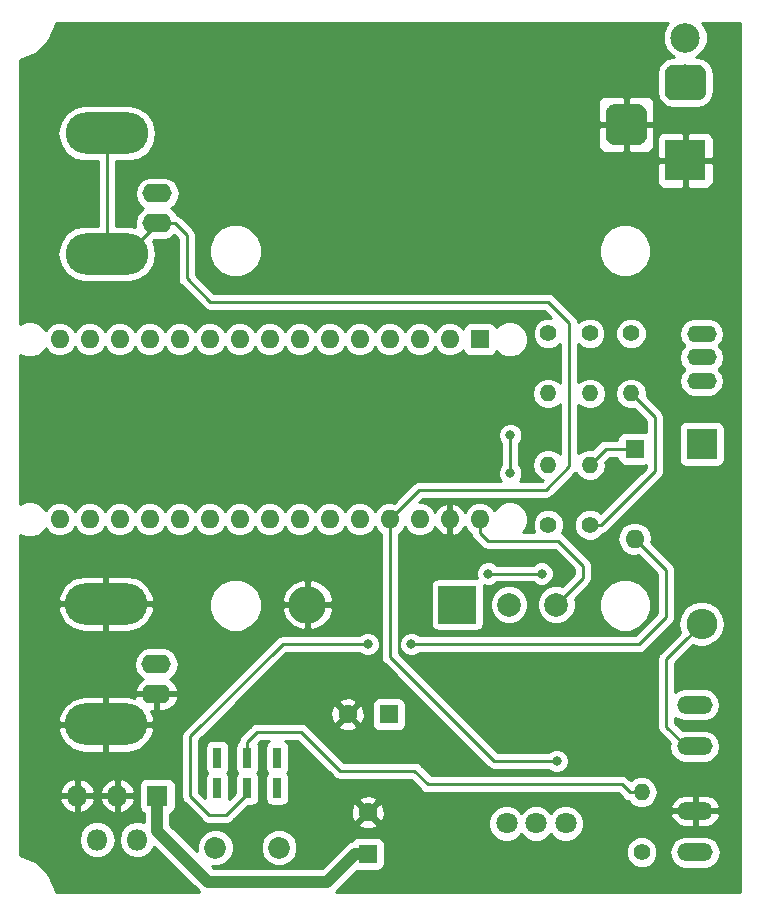
<source format=gbr>
G04 #@! TF.GenerationSoftware,KiCad,Pcbnew,(5.0.0)*
G04 #@! TF.CreationDate,2018-09-09T20:39:42+01:00*
G04 #@! TF.ProjectId,OpenSpritzer_1.02,4F70656E53707269747A65725F312E30,rev?*
G04 #@! TF.SameCoordinates,Original*
G04 #@! TF.FileFunction,Copper,L2,Bot,Signal*
G04 #@! TF.FilePolarity,Positive*
%FSLAX46Y46*%
G04 Gerber Fmt 4.6, Leading zero omitted, Abs format (unit mm)*
G04 Created by KiCad (PCBNEW (5.0.0)) date 09/09/18 20:39:42*
%MOMM*%
%LPD*%
G01*
G04 APERTURE LIST*
G04 #@! TA.AperFunction,ComponentPad*
%ADD10C,1.800000*%
G04 #@! TD*
G04 #@! TA.AperFunction,ComponentPad*
%ADD11O,2.500000X1.400000*%
G04 #@! TD*
G04 #@! TA.AperFunction,ComponentPad*
%ADD12R,3.200000X3.200000*%
G04 #@! TD*
G04 #@! TA.AperFunction,ComponentPad*
%ADD13O,3.200000X3.200000*%
G04 #@! TD*
G04 #@! TA.AperFunction,ComponentPad*
%ADD14R,0.750000X1.750000*%
G04 #@! TD*
G04 #@! TA.AperFunction,ComponentPad*
%ADD15C,1.850000*%
G04 #@! TD*
G04 #@! TA.AperFunction,ComponentPad*
%ADD16R,1.600000X1.600000*%
G04 #@! TD*
G04 #@! TA.AperFunction,ComponentPad*
%ADD17C,1.600000*%
G04 #@! TD*
G04 #@! TA.AperFunction,ComponentPad*
%ADD18O,1.400000X1.400000*%
G04 #@! TD*
G04 #@! TA.AperFunction,ComponentPad*
%ADD19C,1.400000*%
G04 #@! TD*
G04 #@! TA.AperFunction,ComponentPad*
%ADD20O,3.010000X1.510000*%
G04 #@! TD*
G04 #@! TA.AperFunction,Conductor*
%ADD21C,0.100000*%
G04 #@! TD*
G04 #@! TA.AperFunction,ComponentPad*
%ADD22C,3.500000*%
G04 #@! TD*
G04 #@! TA.AperFunction,ComponentPad*
%ADD23C,3.000000*%
G04 #@! TD*
G04 #@! TA.AperFunction,ComponentPad*
%ADD24R,3.500000X3.500000*%
G04 #@! TD*
G04 #@! TA.AperFunction,ComponentPad*
%ADD25C,2.500000*%
G04 #@! TD*
G04 #@! TA.AperFunction,ComponentPad*
%ADD26O,7.000240X3.500120*%
G04 #@! TD*
G04 #@! TA.AperFunction,ComponentPad*
%ADD27O,2.499360X1.600200*%
G04 #@! TD*
G04 #@! TA.AperFunction,ComponentPad*
%ADD28O,1.600000X1.600000*%
G04 #@! TD*
G04 #@! TA.AperFunction,ComponentPad*
%ADD29R,2.600000X2.600000*%
G04 #@! TD*
G04 #@! TA.AperFunction,ComponentPad*
%ADD30O,2.600000X2.600000*%
G04 #@! TD*
G04 #@! TA.AperFunction,ComponentPad*
%ADD31C,2.000000*%
G04 #@! TD*
G04 #@! TA.AperFunction,ComponentPad*
%ADD32R,1.800000X1.800000*%
G04 #@! TD*
G04 #@! TA.AperFunction,ComponentPad*
%ADD33O,1.800000X1.800000*%
G04 #@! TD*
G04 #@! TA.AperFunction,ViaPad*
%ADD34C,0.800000*%
G04 #@! TD*
G04 #@! TA.AperFunction,Conductor*
%ADD35C,0.250000*%
G04 #@! TD*
G04 #@! TA.AperFunction,Conductor*
%ADD36C,1.000000*%
G04 #@! TD*
G04 #@! TA.AperFunction,Conductor*
%ADD37C,0.254000*%
G04 #@! TD*
G04 APERTURE END LIST*
D10*
G04 #@! TO.P,,3*
G04 #@! TO.N,Net-(A1-Pad27)*
X146960000Y-143480000D03*
G04 #@! TO.P,,2*
G04 #@! TO.N,Net-(R1-Pad1)*
X144460000Y-143480000D03*
G04 #@! TO.P,,1*
G04 #@! TO.N,Net-(Q1-Pad1)*
X141960000Y-143480000D03*
G04 #@! TD*
D11*
G04 #@! TO.P,,2*
G04 #@! TO.N,Net-(Q1-Pad2)*
X158475000Y-104025000D03*
G04 #@! TO.P,,1*
G04 #@! TO.N,Net-(Q1-Pad1)*
X158475000Y-102025000D03*
G04 #@! TO.P,,3*
G04 #@! TO.N,Net-(D3-Pad2)*
X158475000Y-106025000D03*
G04 #@! TD*
D12*
G04 #@! TO.P,,1*
G04 #@! TO.N,Net-(D4-Pad1)*
X137800000Y-124950000D03*
D13*
G04 #@! TO.P,,2*
G04 #@! TO.N,GNDREF*
X125100000Y-124950000D03*
G04 #@! TD*
D14*
G04 #@! TO.P,,1*
G04 #@! TO.N,Net-(J4-Pad1)*
X117460000Y-137930000D03*
G04 #@! TO.P,,2*
G04 #@! TO.N,Net-(R2-Pad2)*
X120000000Y-137930000D03*
G04 #@! TO.P,,3*
G04 #@! TO.N,Net-(A1-Pad13)*
X122540000Y-137930000D03*
G04 #@! TO.P,,4*
G04 #@! TO.N,Net-(J4-Pad1)*
X117460000Y-140470000D03*
G04 #@! TO.P,,5*
G04 #@! TO.N,Net-(D2-Pad2)*
X120000000Y-140470000D03*
G04 #@! TO.P,,6*
G04 #@! TO.N,Net-(A1-Pad8)*
X122540000Y-140470000D03*
D15*
G04 #@! TO.P,,7*
G04 #@! TO.N,N/C*
X117300000Y-145550000D03*
G04 #@! TO.P,,8*
X122700000Y-145550000D03*
G04 #@! TD*
D16*
G04 #@! TO.P,,1*
G04 #@! TO.N,Net-(C1-Pad1)*
X130200000Y-146050000D03*
D17*
G04 #@! TO.P,,2*
G04 #@! TO.N,GNDREF*
X130200000Y-142550000D03*
G04 #@! TD*
D18*
G04 #@! TO.P,,2*
G04 #@! TO.N,Net-(A1-Pad5)*
X145500000Y-107080000D03*
D19*
G04 #@! TO.P,,1*
G04 #@! TO.N,Net-(J1-Pad1)*
X145500000Y-102000000D03*
G04 #@! TD*
D18*
G04 #@! TO.P,,2*
G04 #@! TO.N,Net-(Q1-Pad1)*
X149000000Y-107080000D03*
D19*
G04 #@! TO.P,,1*
G04 #@! TO.N,Net-(J1-Pad1)*
X149000000Y-102000000D03*
G04 #@! TD*
D18*
G04 #@! TO.P,,2*
G04 #@! TO.N,Net-(Q1-Pad2)*
X152500000Y-107080000D03*
D19*
G04 #@! TO.P,,1*
G04 #@! TO.N,Net-(Q1-Pad1)*
X152500000Y-102000000D03*
G04 #@! TD*
D18*
G04 #@! TO.P,,2*
G04 #@! TO.N,Net-(D2-Pad1)*
X149000000Y-113120000D03*
D19*
G04 #@! TO.P,,1*
G04 #@! TO.N,Net-(Q1-Pad2)*
X149000000Y-118200000D03*
G04 #@! TD*
D18*
G04 #@! TO.P,,2*
G04 #@! TO.N,Net-(A1-Pad19)*
X145500000Y-113120000D03*
D19*
G04 #@! TO.P,,1*
G04 #@! TO.N,Net-(R1-Pad1)*
X145500000Y-118200000D03*
G04 #@! TD*
D17*
G04 #@! TO.P,,2*
G04 #@! TO.N,GNDREF*
X128500000Y-134250000D03*
D16*
G04 #@! TO.P,,1*
G04 #@! TO.N,Net-(A1-Pad30)*
X132000000Y-134250000D03*
G04 #@! TD*
D18*
G04 #@! TO.P,,2*
G04 #@! TO.N,Net-(R2-Pad2)*
X153400000Y-140845000D03*
D19*
G04 #@! TO.P,,1*
G04 #@! TO.N,Net-(D1-Pad2)*
X153400000Y-145925000D03*
G04 #@! TD*
D20*
G04 #@! TO.P,,1*
G04 #@! TO.N,GNDREF*
X157925000Y-142425000D03*
G04 #@! TO.P,,2*
G04 #@! TO.N,Net-(D1-Pad2)*
X157925000Y-145925000D03*
G04 #@! TD*
D21*
G04 #@! TO.N,GNDREF*
G04 #@! TO.C,*
G36*
X153060765Y-82554213D02*
X153145704Y-82566813D01*
X153228999Y-82587677D01*
X153309848Y-82616605D01*
X153387472Y-82653319D01*
X153461124Y-82697464D01*
X153530094Y-82748616D01*
X153593718Y-82806282D01*
X153651384Y-82869906D01*
X153702536Y-82938876D01*
X153746681Y-83012528D01*
X153783395Y-83090152D01*
X153812323Y-83171001D01*
X153833187Y-83254296D01*
X153845787Y-83339235D01*
X153850000Y-83425000D01*
X153850000Y-85175000D01*
X153845787Y-85260765D01*
X153833187Y-85345704D01*
X153812323Y-85428999D01*
X153783395Y-85509848D01*
X153746681Y-85587472D01*
X153702536Y-85661124D01*
X153651384Y-85730094D01*
X153593718Y-85793718D01*
X153530094Y-85851384D01*
X153461124Y-85902536D01*
X153387472Y-85946681D01*
X153309848Y-85983395D01*
X153228999Y-86012323D01*
X153145704Y-86033187D01*
X153060765Y-86045787D01*
X152975000Y-86050000D01*
X151225000Y-86050000D01*
X151139235Y-86045787D01*
X151054296Y-86033187D01*
X150971001Y-86012323D01*
X150890152Y-85983395D01*
X150812528Y-85946681D01*
X150738876Y-85902536D01*
X150669906Y-85851384D01*
X150606282Y-85793718D01*
X150548616Y-85730094D01*
X150497464Y-85661124D01*
X150453319Y-85587472D01*
X150416605Y-85509848D01*
X150387677Y-85428999D01*
X150366813Y-85345704D01*
X150354213Y-85260765D01*
X150350000Y-85175000D01*
X150350000Y-83425000D01*
X150354213Y-83339235D01*
X150366813Y-83254296D01*
X150387677Y-83171001D01*
X150416605Y-83090152D01*
X150453319Y-83012528D01*
X150497464Y-82938876D01*
X150548616Y-82869906D01*
X150606282Y-82806282D01*
X150669906Y-82748616D01*
X150738876Y-82697464D01*
X150812528Y-82653319D01*
X150890152Y-82616605D01*
X150971001Y-82587677D01*
X151054296Y-82566813D01*
X151139235Y-82554213D01*
X151225000Y-82550000D01*
X152975000Y-82550000D01*
X153060765Y-82554213D01*
X153060765Y-82554213D01*
G37*
D22*
G04 #@! TD*
G04 #@! TO.P,,3*
G04 #@! TO.N,GNDREF*
X152100000Y-84300000D03*
D21*
G04 #@! TO.N,Net-(C1-Pad1)*
G04 #@! TO.C,*
G36*
X158173513Y-79253611D02*
X158246318Y-79264411D01*
X158317714Y-79282295D01*
X158387013Y-79307090D01*
X158453548Y-79338559D01*
X158516678Y-79376398D01*
X158575795Y-79420242D01*
X158630330Y-79469670D01*
X158679758Y-79524205D01*
X158723602Y-79583322D01*
X158761441Y-79646452D01*
X158792910Y-79712987D01*
X158817705Y-79782286D01*
X158835589Y-79853682D01*
X158846389Y-79926487D01*
X158850000Y-80000000D01*
X158850000Y-81500000D01*
X158846389Y-81573513D01*
X158835589Y-81646318D01*
X158817705Y-81717714D01*
X158792910Y-81787013D01*
X158761441Y-81853548D01*
X158723602Y-81916678D01*
X158679758Y-81975795D01*
X158630330Y-82030330D01*
X158575795Y-82079758D01*
X158516678Y-82123602D01*
X158453548Y-82161441D01*
X158387013Y-82192910D01*
X158317714Y-82217705D01*
X158246318Y-82235589D01*
X158173513Y-82246389D01*
X158100000Y-82250000D01*
X156100000Y-82250000D01*
X156026487Y-82246389D01*
X155953682Y-82235589D01*
X155882286Y-82217705D01*
X155812987Y-82192910D01*
X155746452Y-82161441D01*
X155683322Y-82123602D01*
X155624205Y-82079758D01*
X155569670Y-82030330D01*
X155520242Y-81975795D01*
X155476398Y-81916678D01*
X155438559Y-81853548D01*
X155407090Y-81787013D01*
X155382295Y-81717714D01*
X155364411Y-81646318D01*
X155353611Y-81573513D01*
X155350000Y-81500000D01*
X155350000Y-80000000D01*
X155353611Y-79926487D01*
X155364411Y-79853682D01*
X155382295Y-79782286D01*
X155407090Y-79712987D01*
X155438559Y-79646452D01*
X155476398Y-79583322D01*
X155520242Y-79524205D01*
X155569670Y-79469670D01*
X155624205Y-79420242D01*
X155683322Y-79376398D01*
X155746452Y-79338559D01*
X155812987Y-79307090D01*
X155882286Y-79282295D01*
X155953682Y-79264411D01*
X156026487Y-79253611D01*
X156100000Y-79250000D01*
X158100000Y-79250000D01*
X158173513Y-79253611D01*
X158173513Y-79253611D01*
G37*
D23*
G04 #@! TD*
G04 #@! TO.P,,2*
G04 #@! TO.N,Net-(C1-Pad1)*
X157100000Y-80750000D03*
D24*
G04 #@! TO.P,,1*
G04 #@! TO.N,GNDREF*
X157100000Y-87350000D03*
D25*
G04 #@! TO.P,,4*
G04 #@! TO.N,N/C*
X157100000Y-76950000D03*
G04 #@! TD*
D20*
G04 #@! TO.P,,2*
G04 #@! TO.N,Net-(D3-Pad2)*
X157900000Y-136950000D03*
G04 #@! TO.P,,1*
G04 #@! TO.N,Net-(C1-Pad1)*
X157900000Y-133450000D03*
G04 #@! TD*
D26*
G04 #@! TO.P,,2*
G04 #@! TO.N,Net-(A1-Pad27)*
X108111600Y-95247780D03*
X108111600Y-85049680D03*
D27*
G04 #@! TO.P,,1*
G04 #@! TO.N,Net-(J1-Pad1)*
X112376260Y-90150000D03*
G04 #@! TO.P,,2*
G04 #@! TO.N,Net-(A1-Pad27)*
X112376260Y-92649360D03*
G04 #@! TD*
D16*
G04 #@! TO.P,,1*
G04 #@! TO.N,Net-(A1-Pad1)*
X139700000Y-102500000D03*
D28*
G04 #@! TO.P,,17*
G04 #@! TO.N,Net-(A1-Pad17)*
X106680000Y-117740000D03*
G04 #@! TO.P,,2*
G04 #@! TO.N,Net-(A1-Pad2)*
X137160000Y-102500000D03*
G04 #@! TO.P,,18*
G04 #@! TO.N,Net-(A1-Pad18)*
X109220000Y-117740000D03*
G04 #@! TO.P,,3*
G04 #@! TO.N,Net-(A1-Pad3)*
X134620000Y-102500000D03*
G04 #@! TO.P,,19*
G04 #@! TO.N,Net-(A1-Pad19)*
X111760000Y-117740000D03*
G04 #@! TO.P,,4*
G04 #@! TO.N,Net-(A1-Pad4)*
X132080000Y-102500000D03*
G04 #@! TO.P,,20*
G04 #@! TO.N,Net-(A1-Pad20)*
X114300000Y-117740000D03*
G04 #@! TO.P,,5*
G04 #@! TO.N,Net-(A1-Pad5)*
X129540000Y-102500000D03*
G04 #@! TO.P,,21*
G04 #@! TO.N,Net-(A1-Pad21)*
X116840000Y-117740000D03*
G04 #@! TO.P,,6*
G04 #@! TO.N,Net-(A1-Pad6)*
X127000000Y-102500000D03*
G04 #@! TO.P,,22*
G04 #@! TO.N,Net-(A1-Pad22)*
X119380000Y-117740000D03*
G04 #@! TO.P,,7*
G04 #@! TO.N,Net-(A1-Pad7)*
X124460000Y-102500000D03*
G04 #@! TO.P,,23*
G04 #@! TO.N,Net-(A1-Pad23)*
X121920000Y-117740000D03*
G04 #@! TO.P,,8*
G04 #@! TO.N,Net-(A1-Pad8)*
X121920000Y-102500000D03*
G04 #@! TO.P,,24*
G04 #@! TO.N,Net-(A1-Pad24)*
X124460000Y-117740000D03*
G04 #@! TO.P,,9*
G04 #@! TO.N,Net-(A1-Pad9)*
X119380000Y-102500000D03*
G04 #@! TO.P,,25*
G04 #@! TO.N,Net-(A1-Pad25)*
X127000000Y-117740000D03*
G04 #@! TO.P,,10*
G04 #@! TO.N,Net-(A1-Pad10)*
X116840000Y-102500000D03*
G04 #@! TO.P,,26*
G04 #@! TO.N,Net-(A1-Pad26)*
X129540000Y-117740000D03*
G04 #@! TO.P,,11*
G04 #@! TO.N,Net-(A1-Pad11)*
X114300000Y-102500000D03*
G04 #@! TO.P,,27*
G04 #@! TO.N,Net-(A1-Pad27)*
X132080000Y-117740000D03*
G04 #@! TO.P,,12*
G04 #@! TO.N,Net-(A1-Pad12)*
X111760000Y-102500000D03*
G04 #@! TO.P,,28*
G04 #@! TO.N,Net-(A1-Pad28)*
X134620000Y-117740000D03*
G04 #@! TO.P,,13*
G04 #@! TO.N,Net-(A1-Pad13)*
X109220000Y-102500000D03*
G04 #@! TO.P,,29*
G04 #@! TO.N,GNDREF*
X137160000Y-117740000D03*
G04 #@! TO.P,,14*
G04 #@! TO.N,Net-(A1-Pad14)*
X106680000Y-102500000D03*
G04 #@! TO.P,,30*
G04 #@! TO.N,Net-(A1-Pad30)*
X139700000Y-117740000D03*
G04 #@! TO.P,,15*
G04 #@! TO.N,Net-(A1-Pad15)*
X104140000Y-102500000D03*
G04 #@! TO.P,,16*
G04 #@! TO.N,Net-(A1-Pad16)*
X104140000Y-117740000D03*
G04 #@! TD*
D16*
G04 #@! TO.P,,1*
G04 #@! TO.N,Net-(D2-Pad1)*
X152800000Y-111750000D03*
D28*
G04 #@! TO.P,,2*
G04 #@! TO.N,Net-(D2-Pad2)*
X152800000Y-119370000D03*
G04 #@! TD*
D29*
G04 #@! TO.P,,1*
G04 #@! TO.N,Net-(C1-Pad1)*
X158475000Y-111350000D03*
D30*
G04 #@! TO.P,,2*
G04 #@! TO.N,Net-(D3-Pad2)*
X158475000Y-126590000D03*
G04 #@! TD*
D31*
G04 #@! TO.P,,1*
G04 #@! TO.N,Net-(A1-Pad30)*
X146175000Y-124950000D03*
G04 #@! TO.P,,2*
G04 #@! TO.N,Net-(D4-Pad1)*
X142175000Y-124950000D03*
G04 #@! TD*
D32*
G04 #@! TO.P,,1*
G04 #@! TO.N,Net-(C1-Pad1)*
X112400000Y-141150000D03*
D33*
G04 #@! TO.P,,2*
G04 #@! TO.N,Net-(D4-Pad1)*
X110700000Y-144850000D03*
G04 #@! TO.P,,3*
G04 #@! TO.N,GNDREF*
X109000000Y-141150000D03*
G04 #@! TO.P,,4*
G04 #@! TO.N,Net-(A1-Pad30)*
X107300000Y-144850000D03*
G04 #@! TO.P,,5*
G04 #@! TO.N,GNDREF*
X105600000Y-141150000D03*
G04 #@! TD*
D27*
G04 #@! TO.P,,2*
G04 #@! TO.N,GNDREF*
X112301260Y-132499360D03*
G04 #@! TO.P,,1*
G04 #@! TO.N,Net-(J4-Pad1)*
X112301260Y-130000000D03*
D26*
G04 #@! TO.P,,2*
G04 #@! TO.N,GNDREF*
X108036600Y-124899680D03*
X108036600Y-135097780D03*
G04 #@! TD*
D34*
G04 #@! TO.N,Net-(A1-Pad13)*
X142275000Y-113850000D03*
X142275000Y-110600000D03*
G04 #@! TO.N,Net-(A1-Pad27)*
X146200000Y-138200000D03*
G04 #@! TO.N,Net-(A1-Pad8)*
X140400000Y-122325000D03*
X144925000Y-122325000D03*
G04 #@! TO.N,Net-(D2-Pad2)*
X133900000Y-128300000D03*
X130200000Y-128300000D03*
G04 #@! TD*
D35*
G04 #@! TO.N,Net-(A1-Pad30)*
X146175000Y-124215000D02*
X146175000Y-124950000D01*
X139700000Y-118871370D02*
X140403630Y-119575000D01*
X139700000Y-117740000D02*
X139700000Y-118871370D01*
X140403630Y-119575000D02*
X146350000Y-119575000D01*
X146350000Y-119575000D02*
X148425000Y-121650000D01*
X148425000Y-122700000D02*
X146175000Y-124950000D01*
X148425000Y-121650000D02*
X148425000Y-122700000D01*
G04 #@! TO.N,Net-(A1-Pad13)*
X142275000Y-110600000D02*
X142275000Y-113850000D01*
G04 #@! TO.N,Net-(A1-Pad27)*
X108111600Y-87049740D02*
X108111600Y-95247780D01*
X108111600Y-85049680D02*
X108111600Y-87049740D01*
X112376260Y-92733180D02*
X112376260Y-92649360D01*
X109861660Y-95247780D02*
X112376260Y-92733180D01*
X108111600Y-95247780D02*
X109861660Y-95247780D01*
X113875940Y-92649360D02*
X114900000Y-93673420D01*
X112376260Y-92649360D02*
X113875940Y-92649360D01*
X114900000Y-93673420D02*
X114900000Y-97325000D01*
X114900000Y-97325000D02*
X116875000Y-99300000D01*
X116875000Y-99300000D02*
X145475000Y-99300000D01*
X145475000Y-99300000D02*
X147275000Y-101100000D01*
X132080000Y-117740000D02*
X132080000Y-129380000D01*
X147275000Y-113250000D02*
X147275000Y-107325000D01*
X145275000Y-115250000D02*
X147275000Y-113250000D01*
X134570000Y-115250000D02*
X145275000Y-115250000D01*
X132080000Y-117740000D02*
X134570000Y-115250000D01*
X147275000Y-101100000D02*
X147275000Y-107325000D01*
X147275000Y-107325000D02*
X147275000Y-107475000D01*
X132080000Y-129380000D02*
X132105000Y-129380000D01*
X140925000Y-138200000D02*
X146200000Y-138200000D01*
X132105000Y-129380000D02*
X140925000Y-138200000D01*
G04 #@! TO.N,Net-(A1-Pad8)*
X140400000Y-122325000D02*
X140965685Y-122325000D01*
X140965685Y-122325000D02*
X144950000Y-122325000D01*
G04 #@! TO.N,Net-(D2-Pad2)*
X152800000Y-119370000D02*
X155450000Y-122020000D01*
X155450000Y-122020000D02*
X155450000Y-126025000D01*
X155450000Y-126025000D02*
X153175000Y-128300000D01*
X153175000Y-128300000D02*
X133900000Y-128300000D01*
X133900000Y-128300000D02*
X133900000Y-128300000D01*
X120000000Y-140970000D02*
X120000000Y-140470000D01*
X123000000Y-128300000D02*
X115200000Y-136100000D01*
X130200000Y-128300000D02*
X123000000Y-128300000D01*
X115200000Y-136100000D02*
X115200000Y-141200000D01*
X115200000Y-141200000D02*
X116750000Y-142750000D01*
X116750000Y-142750000D02*
X118220000Y-142750000D01*
X118220000Y-142750000D02*
X120000000Y-140970000D01*
G04 #@! TO.N,Net-(D2-Pad1)*
X150370000Y-111750000D02*
X152800000Y-111750000D01*
X149000000Y-113120000D02*
X150370000Y-111750000D01*
G04 #@! TO.N,Net-(D3-Pad2)*
X157175001Y-127889999D02*
X158475000Y-126590000D01*
X155494990Y-129570010D02*
X157175001Y-127889999D01*
X155494990Y-135294990D02*
X155494990Y-129570010D01*
X157150000Y-136950000D02*
X155494990Y-135294990D01*
X157900000Y-136950000D02*
X157150000Y-136950000D01*
G04 #@! TO.N,Net-(Q1-Pad2)*
X149989949Y-118200000D02*
X154525000Y-113664949D01*
X149000000Y-118200000D02*
X149989949Y-118200000D01*
X154525000Y-109105000D02*
X152500000Y-107080000D01*
X154525000Y-113664949D02*
X154525000Y-109105000D01*
G04 #@! TO.N,Net-(R2-Pad2)*
X152410051Y-140845000D02*
X152405051Y-140850000D01*
X153400000Y-140845000D02*
X152410051Y-140845000D01*
X151740051Y-140175000D02*
X152410051Y-140845000D01*
X135300000Y-140175000D02*
X151740051Y-140175000D01*
X120000000Y-136600000D02*
X120875000Y-135725000D01*
X120875000Y-135725000D02*
X124550000Y-135725000D01*
X124550000Y-135725000D02*
X127850000Y-139025000D01*
X127850000Y-139025000D02*
X134150000Y-139025000D01*
X120000000Y-137930000D02*
X120000000Y-136600000D01*
X134150000Y-139025000D02*
X135300000Y-140175000D01*
D36*
G04 #@! TO.N,Net-(C1-Pad1)*
X112375000Y-144100000D02*
X112375000Y-141125000D01*
X116700000Y-148425000D02*
X112400000Y-144125000D01*
X126775000Y-148425000D02*
X116700000Y-148425000D01*
X130200000Y-146050000D02*
X129150000Y-146050000D01*
X129150000Y-146050000D02*
X126775000Y-148425000D01*
G04 #@! TD*
D37*
G04 #@! TO.N,GNDREF*
G36*
X155501974Y-75882233D02*
X155215000Y-76575050D01*
X155215000Y-77324950D01*
X155501974Y-78017767D01*
X156032233Y-78548026D01*
X156163890Y-78602560D01*
X156100000Y-78602560D01*
X155565223Y-78708934D01*
X155111861Y-79011861D01*
X154808934Y-79465223D01*
X154702560Y-80000000D01*
X154702560Y-81500000D01*
X154808934Y-82034777D01*
X155111861Y-82488139D01*
X155565223Y-82791066D01*
X156100000Y-82897440D01*
X158100000Y-82897440D01*
X158634777Y-82791066D01*
X159088139Y-82488139D01*
X159391066Y-82034777D01*
X159497440Y-81500000D01*
X159497440Y-80000000D01*
X159391066Y-79465223D01*
X159088139Y-79011861D01*
X158634777Y-78708934D01*
X158100000Y-78602560D01*
X158036110Y-78602560D01*
X158167767Y-78548026D01*
X158698026Y-78017767D01*
X158985000Y-77324950D01*
X158985000Y-76575050D01*
X158698026Y-75882233D01*
X158550793Y-75735000D01*
X161765000Y-75735000D01*
X161765001Y-149265000D01*
X127560796Y-149265000D01*
X127593289Y-149243289D01*
X127656613Y-149148518D01*
X129323007Y-147482125D01*
X129400000Y-147497440D01*
X131000000Y-147497440D01*
X131247765Y-147448157D01*
X131457809Y-147307809D01*
X131598157Y-147097765D01*
X131647440Y-146850000D01*
X131647440Y-145659452D01*
X152065000Y-145659452D01*
X152065000Y-146190548D01*
X152268242Y-146681217D01*
X152643783Y-147056758D01*
X153134452Y-147260000D01*
X153665548Y-147260000D01*
X154156217Y-147056758D01*
X154531758Y-146681217D01*
X154735000Y-146190548D01*
X154735000Y-145925000D01*
X155757769Y-145925000D01*
X155865649Y-146467351D01*
X156172866Y-146927134D01*
X156632649Y-147234351D01*
X157038100Y-147315000D01*
X158811900Y-147315000D01*
X159217351Y-147234351D01*
X159677134Y-146927134D01*
X159984351Y-146467351D01*
X160092231Y-145925000D01*
X159984351Y-145382649D01*
X159677134Y-144922866D01*
X159217351Y-144615649D01*
X158811900Y-144535000D01*
X157038100Y-144535000D01*
X156632649Y-144615649D01*
X156172866Y-144922866D01*
X155865649Y-145382649D01*
X155757769Y-145925000D01*
X154735000Y-145925000D01*
X154735000Y-145659452D01*
X154531758Y-145168783D01*
X154156217Y-144793242D01*
X153665548Y-144590000D01*
X153134452Y-144590000D01*
X152643783Y-144793242D01*
X152268242Y-145168783D01*
X152065000Y-145659452D01*
X131647440Y-145659452D01*
X131647440Y-145250000D01*
X131598157Y-145002235D01*
X131457809Y-144792191D01*
X131247765Y-144651843D01*
X131000000Y-144602560D01*
X129400000Y-144602560D01*
X129152235Y-144651843D01*
X128942191Y-144792191D01*
X128832835Y-144955853D01*
X128707145Y-144980854D01*
X128331711Y-145231711D01*
X128268389Y-145326479D01*
X126304869Y-147290000D01*
X117170132Y-147290000D01*
X116990132Y-147110000D01*
X117610303Y-147110000D01*
X118183669Y-146872504D01*
X118622504Y-146433669D01*
X118860000Y-145860303D01*
X118860000Y-145239697D01*
X121140000Y-145239697D01*
X121140000Y-145860303D01*
X121377496Y-146433669D01*
X121816331Y-146872504D01*
X122389697Y-147110000D01*
X123010303Y-147110000D01*
X123583669Y-146872504D01*
X124022504Y-146433669D01*
X124260000Y-145860303D01*
X124260000Y-145239697D01*
X124022504Y-144666331D01*
X123583669Y-144227496D01*
X123010303Y-143990000D01*
X122389697Y-143990000D01*
X121816331Y-144227496D01*
X121377496Y-144666331D01*
X121140000Y-145239697D01*
X118860000Y-145239697D01*
X118622504Y-144666331D01*
X118183669Y-144227496D01*
X117610303Y-143990000D01*
X116989697Y-143990000D01*
X116416331Y-144227496D01*
X115977496Y-144666331D01*
X115740000Y-145239697D01*
X115740000Y-145859868D01*
X113510000Y-143629869D01*
X113510000Y-143557745D01*
X129371861Y-143557745D01*
X129445995Y-143803864D01*
X129983223Y-143996965D01*
X130553454Y-143969778D01*
X130954005Y-143803864D01*
X131028139Y-143557745D01*
X130200000Y-142729605D01*
X129371861Y-143557745D01*
X113510000Y-143557745D01*
X113510000Y-142655669D01*
X113547765Y-142648157D01*
X113757809Y-142507809D01*
X113898157Y-142297765D01*
X113947440Y-142050000D01*
X113947440Y-140250000D01*
X113898157Y-140002235D01*
X113757809Y-139792191D01*
X113547765Y-139651843D01*
X113300000Y-139602560D01*
X111500000Y-139602560D01*
X111252235Y-139651843D01*
X111042191Y-139792191D01*
X110901843Y-140002235D01*
X110852560Y-140250000D01*
X110852560Y-142050000D01*
X110901843Y-142297765D01*
X111042191Y-142507809D01*
X111240000Y-142639982D01*
X111240000Y-143392341D01*
X110851182Y-143315000D01*
X110548818Y-143315000D01*
X110101073Y-143404062D01*
X109593327Y-143743327D01*
X109254062Y-144251073D01*
X109134928Y-144850000D01*
X109254062Y-145448927D01*
X109593327Y-145956673D01*
X110101073Y-146295938D01*
X110548818Y-146385000D01*
X110851182Y-146385000D01*
X111298927Y-146295938D01*
X111806673Y-145956673D01*
X112135066Y-145465198D01*
X115818389Y-149148521D01*
X115881711Y-149243289D01*
X115914204Y-149265000D01*
X103835000Y-149265000D01*
X103835000Y-149237171D01*
X103251156Y-147827647D01*
X102172353Y-146748844D01*
X100762829Y-146165000D01*
X100735000Y-146165000D01*
X100735000Y-144850000D01*
X105734928Y-144850000D01*
X105854062Y-145448927D01*
X106193327Y-145956673D01*
X106701073Y-146295938D01*
X107148818Y-146385000D01*
X107451182Y-146385000D01*
X107898927Y-146295938D01*
X108406673Y-145956673D01*
X108745938Y-145448927D01*
X108865072Y-144850000D01*
X108745938Y-144251073D01*
X108406673Y-143743327D01*
X107898927Y-143404062D01*
X107451182Y-143315000D01*
X107148818Y-143315000D01*
X106701073Y-143404062D01*
X106193327Y-143743327D01*
X105854062Y-144251073D01*
X105734928Y-144850000D01*
X100735000Y-144850000D01*
X100735000Y-141514740D01*
X104108964Y-141514740D01*
X104287760Y-141946417D01*
X104692424Y-142387966D01*
X105235258Y-142641046D01*
X105473000Y-142520997D01*
X105473000Y-141277000D01*
X105727000Y-141277000D01*
X105727000Y-142520997D01*
X105964742Y-142641046D01*
X106507576Y-142387966D01*
X106912240Y-141946417D01*
X107091036Y-141514740D01*
X107508964Y-141514740D01*
X107687760Y-141946417D01*
X108092424Y-142387966D01*
X108635258Y-142641046D01*
X108873000Y-142520997D01*
X108873000Y-141277000D01*
X109127000Y-141277000D01*
X109127000Y-142520997D01*
X109364742Y-142641046D01*
X109907576Y-142387966D01*
X110312240Y-141946417D01*
X110491036Y-141514740D01*
X110370378Y-141277000D01*
X109127000Y-141277000D01*
X108873000Y-141277000D01*
X107629622Y-141277000D01*
X107508964Y-141514740D01*
X107091036Y-141514740D01*
X106970378Y-141277000D01*
X105727000Y-141277000D01*
X105473000Y-141277000D01*
X104229622Y-141277000D01*
X104108964Y-141514740D01*
X100735000Y-141514740D01*
X100735000Y-140785260D01*
X104108964Y-140785260D01*
X104229622Y-141023000D01*
X105473000Y-141023000D01*
X105473000Y-139779003D01*
X105727000Y-139779003D01*
X105727000Y-141023000D01*
X106970378Y-141023000D01*
X107091036Y-140785260D01*
X107508964Y-140785260D01*
X107629622Y-141023000D01*
X108873000Y-141023000D01*
X108873000Y-139779003D01*
X109127000Y-139779003D01*
X109127000Y-141023000D01*
X110370378Y-141023000D01*
X110491036Y-140785260D01*
X110312240Y-140353583D01*
X109907576Y-139912034D01*
X109364742Y-139658954D01*
X109127000Y-139779003D01*
X108873000Y-139779003D01*
X108635258Y-139658954D01*
X108092424Y-139912034D01*
X107687760Y-140353583D01*
X107508964Y-140785260D01*
X107091036Y-140785260D01*
X106912240Y-140353583D01*
X106507576Y-139912034D01*
X105964742Y-139658954D01*
X105727000Y-139779003D01*
X105473000Y-139779003D01*
X105235258Y-139658954D01*
X104692424Y-139912034D01*
X104287760Y-140353583D01*
X104108964Y-140785260D01*
X100735000Y-140785260D01*
X100735000Y-135595793D01*
X103954054Y-135595793D01*
X104034431Y-135893170D01*
X104510245Y-136694469D01*
X105256484Y-137252687D01*
X106159540Y-137482840D01*
X107909600Y-137482840D01*
X107909600Y-135224780D01*
X108163600Y-135224780D01*
X108163600Y-137482840D01*
X109913660Y-137482840D01*
X110816716Y-137252687D01*
X111562955Y-136694469D01*
X111915952Y-136100000D01*
X114425112Y-136100000D01*
X114440000Y-136174847D01*
X114440001Y-141125148D01*
X114425112Y-141200000D01*
X114484097Y-141496537D01*
X114569859Y-141624888D01*
X114652072Y-141747929D01*
X114715528Y-141790329D01*
X116159671Y-143234473D01*
X116202071Y-143297929D01*
X116453463Y-143465904D01*
X116675148Y-143510000D01*
X116675152Y-143510000D01*
X116749999Y-143524888D01*
X116824846Y-143510000D01*
X118145153Y-143510000D01*
X118220000Y-143524888D01*
X118294847Y-143510000D01*
X118294852Y-143510000D01*
X118516537Y-143465904D01*
X118767929Y-143297929D01*
X118810331Y-143234470D01*
X119711578Y-142333223D01*
X128753035Y-142333223D01*
X128780222Y-142903454D01*
X128946136Y-143304005D01*
X129192255Y-143378139D01*
X130020395Y-142550000D01*
X130379605Y-142550000D01*
X131207745Y-143378139D01*
X131453864Y-143304005D01*
X131500352Y-143174670D01*
X140425000Y-143174670D01*
X140425000Y-143785330D01*
X140658690Y-144349507D01*
X141090493Y-144781310D01*
X141654670Y-145015000D01*
X142265330Y-145015000D01*
X142829507Y-144781310D01*
X143210000Y-144400817D01*
X143590493Y-144781310D01*
X144154670Y-145015000D01*
X144765330Y-145015000D01*
X145329507Y-144781310D01*
X145710000Y-144400817D01*
X146090493Y-144781310D01*
X146654670Y-145015000D01*
X147265330Y-145015000D01*
X147829507Y-144781310D01*
X148261310Y-144349507D01*
X148495000Y-143785330D01*
X148495000Y-143174670D01*
X148326126Y-142766971D01*
X155827723Y-142766971D01*
X155842207Y-142839597D01*
X156102319Y-143318076D01*
X156525737Y-143660592D01*
X157048000Y-143815000D01*
X157798000Y-143815000D01*
X157798000Y-142552000D01*
X158052000Y-142552000D01*
X158052000Y-143815000D01*
X158802000Y-143815000D01*
X159324263Y-143660592D01*
X159747681Y-143318076D01*
X160007793Y-142839597D01*
X160022277Y-142766971D01*
X159899683Y-142552000D01*
X158052000Y-142552000D01*
X157798000Y-142552000D01*
X155950317Y-142552000D01*
X155827723Y-142766971D01*
X148326126Y-142766971D01*
X148261310Y-142610493D01*
X147829507Y-142178690D01*
X147265330Y-141945000D01*
X146654670Y-141945000D01*
X146090493Y-142178690D01*
X145710000Y-142559183D01*
X145329507Y-142178690D01*
X144765330Y-141945000D01*
X144154670Y-141945000D01*
X143590493Y-142178690D01*
X143210000Y-142559183D01*
X142829507Y-142178690D01*
X142265330Y-141945000D01*
X141654670Y-141945000D01*
X141090493Y-142178690D01*
X140658690Y-142610493D01*
X140425000Y-143174670D01*
X131500352Y-143174670D01*
X131646965Y-142766777D01*
X131619778Y-142196546D01*
X131453864Y-141795995D01*
X131207745Y-141721861D01*
X130379605Y-142550000D01*
X130020395Y-142550000D01*
X129192255Y-141721861D01*
X128946136Y-141795995D01*
X128753035Y-142333223D01*
X119711578Y-142333223D01*
X120052362Y-141992440D01*
X120375000Y-141992440D01*
X120622765Y-141943157D01*
X120832809Y-141802809D01*
X120973157Y-141592765D01*
X121022440Y-141345000D01*
X121022440Y-139595000D01*
X120973157Y-139347235D01*
X120874777Y-139200000D01*
X120973157Y-139052765D01*
X121022440Y-138805000D01*
X121022440Y-137055000D01*
X120973157Y-136807235D01*
X120930863Y-136743938D01*
X121189802Y-136485000D01*
X121875095Y-136485000D01*
X121707191Y-136597191D01*
X121566843Y-136807235D01*
X121517560Y-137055000D01*
X121517560Y-138805000D01*
X121566843Y-139052765D01*
X121665223Y-139200000D01*
X121566843Y-139347235D01*
X121517560Y-139595000D01*
X121517560Y-141345000D01*
X121566843Y-141592765D01*
X121707191Y-141802809D01*
X121917235Y-141943157D01*
X122165000Y-141992440D01*
X122915000Y-141992440D01*
X123162765Y-141943157D01*
X123372809Y-141802809D01*
X123513157Y-141592765D01*
X123523203Y-141542255D01*
X129371861Y-141542255D01*
X130200000Y-142370395D01*
X131028139Y-141542255D01*
X130954005Y-141296136D01*
X130416777Y-141103035D01*
X129846546Y-141130222D01*
X129445995Y-141296136D01*
X129371861Y-141542255D01*
X123523203Y-141542255D01*
X123562440Y-141345000D01*
X123562440Y-139595000D01*
X123513157Y-139347235D01*
X123414777Y-139200000D01*
X123513157Y-139052765D01*
X123562440Y-138805000D01*
X123562440Y-137055000D01*
X123513157Y-136807235D01*
X123372809Y-136597191D01*
X123204905Y-136485000D01*
X124235199Y-136485000D01*
X127259670Y-139509472D01*
X127302071Y-139572929D01*
X127365527Y-139615329D01*
X127553462Y-139740904D01*
X127601605Y-139750480D01*
X127775148Y-139785000D01*
X127775152Y-139785000D01*
X127850000Y-139799888D01*
X127924848Y-139785000D01*
X133835199Y-139785000D01*
X134709670Y-140659472D01*
X134752071Y-140722929D01*
X135003463Y-140890904D01*
X135225148Y-140935000D01*
X135225152Y-140935000D01*
X135300000Y-140949888D01*
X135374848Y-140935000D01*
X151425250Y-140935000D01*
X151794586Y-141304337D01*
X151857122Y-141397929D01*
X152108514Y-141565903D01*
X152301790Y-141604348D01*
X152437519Y-141807481D01*
X152879109Y-142102542D01*
X153268515Y-142180000D01*
X153531485Y-142180000D01*
X153920891Y-142102542D01*
X153950094Y-142083029D01*
X155827723Y-142083029D01*
X155950317Y-142298000D01*
X157798000Y-142298000D01*
X157798000Y-141035000D01*
X158052000Y-141035000D01*
X158052000Y-142298000D01*
X159899683Y-142298000D01*
X160022277Y-142083029D01*
X160007793Y-142010403D01*
X159747681Y-141531924D01*
X159324263Y-141189408D01*
X158802000Y-141035000D01*
X158052000Y-141035000D01*
X157798000Y-141035000D01*
X157048000Y-141035000D01*
X156525737Y-141189408D01*
X156102319Y-141531924D01*
X155842207Y-142010403D01*
X155827723Y-142083029D01*
X153950094Y-142083029D01*
X154362481Y-141807481D01*
X154657542Y-141365891D01*
X154761154Y-140845000D01*
X154657542Y-140324109D01*
X154362481Y-139882519D01*
X153920891Y-139587458D01*
X153531485Y-139510000D01*
X153268515Y-139510000D01*
X152879109Y-139587458D01*
X152488384Y-139848532D01*
X152330382Y-139690530D01*
X152287980Y-139627071D01*
X152036588Y-139459096D01*
X151814903Y-139415000D01*
X151814898Y-139415000D01*
X151740051Y-139400112D01*
X151665204Y-139415000D01*
X135614802Y-139415000D01*
X134740331Y-138540530D01*
X134697929Y-138477071D01*
X134446537Y-138309096D01*
X134224852Y-138265000D01*
X134224847Y-138265000D01*
X134150000Y-138250112D01*
X134075153Y-138265000D01*
X128164802Y-138265000D01*
X125157547Y-135257745D01*
X127671861Y-135257745D01*
X127745995Y-135503864D01*
X128283223Y-135696965D01*
X128853454Y-135669778D01*
X129254005Y-135503864D01*
X129328139Y-135257745D01*
X128500000Y-134429605D01*
X127671861Y-135257745D01*
X125157547Y-135257745D01*
X125140331Y-135240530D01*
X125097929Y-135177071D01*
X124846537Y-135009096D01*
X124624852Y-134965000D01*
X124624847Y-134965000D01*
X124550000Y-134950112D01*
X124475153Y-134965000D01*
X120949847Y-134965000D01*
X120875000Y-134950112D01*
X120800153Y-134965000D01*
X120800148Y-134965000D01*
X120578463Y-135009096D01*
X120327071Y-135177071D01*
X120284671Y-135240527D01*
X119515528Y-136009671D01*
X119452072Y-136052071D01*
X119409672Y-136115527D01*
X119409671Y-136115528D01*
X119284097Y-136303463D01*
X119234635Y-136552126D01*
X119167191Y-136597191D01*
X119026843Y-136807235D01*
X118977560Y-137055000D01*
X118977560Y-138805000D01*
X119026843Y-139052765D01*
X119125223Y-139200000D01*
X119026843Y-139347235D01*
X118977560Y-139595000D01*
X118977560Y-140917638D01*
X118465616Y-141429583D01*
X118482440Y-141345000D01*
X118482440Y-139595000D01*
X118433157Y-139347235D01*
X118334777Y-139200000D01*
X118433157Y-139052765D01*
X118482440Y-138805000D01*
X118482440Y-137055000D01*
X118433157Y-136807235D01*
X118292809Y-136597191D01*
X118082765Y-136456843D01*
X117835000Y-136407560D01*
X117085000Y-136407560D01*
X116837235Y-136456843D01*
X116627191Y-136597191D01*
X116486843Y-136807235D01*
X116437560Y-137055000D01*
X116437560Y-138805000D01*
X116486843Y-139052765D01*
X116585223Y-139200000D01*
X116486843Y-139347235D01*
X116437560Y-139595000D01*
X116437560Y-141345000D01*
X116441969Y-141367168D01*
X115960000Y-140885199D01*
X115960000Y-136414801D01*
X118341578Y-134033223D01*
X127053035Y-134033223D01*
X127080222Y-134603454D01*
X127246136Y-135004005D01*
X127492255Y-135078139D01*
X128320395Y-134250000D01*
X128679605Y-134250000D01*
X129507745Y-135078139D01*
X129753864Y-135004005D01*
X129946965Y-134466777D01*
X129919778Y-133896546D01*
X129753864Y-133495995D01*
X129601165Y-133450000D01*
X130552560Y-133450000D01*
X130552560Y-135050000D01*
X130601843Y-135297765D01*
X130742191Y-135507809D01*
X130952235Y-135648157D01*
X131200000Y-135697440D01*
X132800000Y-135697440D01*
X133047765Y-135648157D01*
X133257809Y-135507809D01*
X133398157Y-135297765D01*
X133447440Y-135050000D01*
X133447440Y-133450000D01*
X133398157Y-133202235D01*
X133257809Y-132992191D01*
X133047765Y-132851843D01*
X132800000Y-132802560D01*
X131200000Y-132802560D01*
X130952235Y-132851843D01*
X130742191Y-132992191D01*
X130601843Y-133202235D01*
X130552560Y-133450000D01*
X129601165Y-133450000D01*
X129507745Y-133421861D01*
X128679605Y-134250000D01*
X128320395Y-134250000D01*
X127492255Y-133421861D01*
X127246136Y-133495995D01*
X127053035Y-134033223D01*
X118341578Y-134033223D01*
X119132546Y-133242255D01*
X127671861Y-133242255D01*
X128500000Y-134070395D01*
X129328139Y-133242255D01*
X129254005Y-132996136D01*
X128716777Y-132803035D01*
X128146546Y-132830222D01*
X127745995Y-132996136D01*
X127671861Y-133242255D01*
X119132546Y-133242255D01*
X123314802Y-129060000D01*
X129496289Y-129060000D01*
X129613720Y-129177431D01*
X129994126Y-129335000D01*
X130405874Y-129335000D01*
X130786280Y-129177431D01*
X131077431Y-128886280D01*
X131235000Y-128505874D01*
X131235000Y-128094126D01*
X131077431Y-127713720D01*
X130786280Y-127422569D01*
X130405874Y-127265000D01*
X129994126Y-127265000D01*
X129613720Y-127422569D01*
X129496289Y-127540000D01*
X123074848Y-127540000D01*
X123000000Y-127525112D01*
X122925152Y-127540000D01*
X122925148Y-127540000D01*
X122751605Y-127574520D01*
X122703462Y-127584096D01*
X122516418Y-127709076D01*
X122452071Y-127752071D01*
X122409671Y-127815527D01*
X114715530Y-135509669D01*
X114652071Y-135552071D01*
X114484096Y-135803464D01*
X114440000Y-136025149D01*
X114440000Y-136025153D01*
X114425112Y-136100000D01*
X111915952Y-136100000D01*
X112038769Y-135893170D01*
X112119146Y-135595793D01*
X112009345Y-135224780D01*
X108163600Y-135224780D01*
X107909600Y-135224780D01*
X104063855Y-135224780D01*
X103954054Y-135595793D01*
X100735000Y-135595793D01*
X100735000Y-134599767D01*
X103954054Y-134599767D01*
X104063855Y-134970780D01*
X107909600Y-134970780D01*
X107909600Y-132712720D01*
X108163600Y-132712720D01*
X108163600Y-134970780D01*
X112009345Y-134970780D01*
X112119146Y-134599767D01*
X112038769Y-134302390D01*
X111820291Y-133934460D01*
X112174260Y-133934460D01*
X112174260Y-132626360D01*
X112428260Y-132626360D01*
X112428260Y-133934460D01*
X112877840Y-133934460D01*
X113417362Y-133776619D01*
X113855412Y-133424327D01*
X114125301Y-132931217D01*
X114142843Y-132848415D01*
X114020856Y-132626360D01*
X112428260Y-132626360D01*
X112174260Y-132626360D01*
X110581664Y-132626360D01*
X110459677Y-132848415D01*
X110460453Y-132852076D01*
X109913660Y-132712720D01*
X108163600Y-132712720D01*
X107909600Y-132712720D01*
X106159540Y-132712720D01*
X105256484Y-132942873D01*
X104510245Y-133501091D01*
X104034431Y-134302390D01*
X103954054Y-134599767D01*
X100735000Y-134599767D01*
X100735000Y-130000000D01*
X110388465Y-130000000D01*
X110499846Y-130559948D01*
X110817031Y-131034649D01*
X111145412Y-131254066D01*
X110747108Y-131574393D01*
X110477219Y-132067503D01*
X110459677Y-132150305D01*
X110581664Y-132372360D01*
X112174260Y-132372360D01*
X112174260Y-132352360D01*
X112428260Y-132352360D01*
X112428260Y-132372360D01*
X114020856Y-132372360D01*
X114142843Y-132150305D01*
X114125301Y-132067503D01*
X113855412Y-131574393D01*
X113457108Y-131254066D01*
X113785489Y-131034649D01*
X114102674Y-130559948D01*
X114214055Y-130000000D01*
X114102674Y-129440052D01*
X113785489Y-128965351D01*
X113310788Y-128648166D01*
X112892183Y-128564900D01*
X111710337Y-128564900D01*
X111291732Y-128648166D01*
X110817031Y-128965351D01*
X110499846Y-129440052D01*
X110388465Y-130000000D01*
X100735000Y-130000000D01*
X100735000Y-125397693D01*
X103954054Y-125397693D01*
X104034431Y-125695070D01*
X104510245Y-126496369D01*
X105256484Y-127054587D01*
X106159540Y-127284740D01*
X107909600Y-127284740D01*
X107909600Y-125026680D01*
X108163600Y-125026680D01*
X108163600Y-127284740D01*
X109913660Y-127284740D01*
X110816716Y-127054587D01*
X111562955Y-126496369D01*
X112038769Y-125695070D01*
X112119146Y-125397693D01*
X112009345Y-125026680D01*
X108163600Y-125026680D01*
X107909600Y-125026680D01*
X104063855Y-125026680D01*
X103954054Y-125397693D01*
X100735000Y-125397693D01*
X100735000Y-124401667D01*
X103954054Y-124401667D01*
X104063855Y-124772680D01*
X107909600Y-124772680D01*
X107909600Y-122514620D01*
X108163600Y-122514620D01*
X108163600Y-124772680D01*
X112009345Y-124772680D01*
X112073639Y-124555431D01*
X116765000Y-124555431D01*
X116765000Y-125444569D01*
X117105259Y-126266026D01*
X117733974Y-126894741D01*
X118555431Y-127235000D01*
X119444569Y-127235000D01*
X120266026Y-126894741D01*
X120894741Y-126266026D01*
X121235000Y-125444569D01*
X121235000Y-125424503D01*
X122915950Y-125424503D01*
X123220114Y-126158836D01*
X123825813Y-126786220D01*
X124625496Y-127134056D01*
X124973000Y-127022645D01*
X124973000Y-125077000D01*
X125227000Y-125077000D01*
X125227000Y-127022645D01*
X125574504Y-127134056D01*
X126374187Y-126786220D01*
X126979886Y-126158836D01*
X127284050Y-125424503D01*
X127172362Y-125077000D01*
X125227000Y-125077000D01*
X124973000Y-125077000D01*
X123027638Y-125077000D01*
X122915950Y-125424503D01*
X121235000Y-125424503D01*
X121235000Y-124555431D01*
X121201891Y-124475497D01*
X122915950Y-124475497D01*
X123027638Y-124823000D01*
X124973000Y-124823000D01*
X124973000Y-122877355D01*
X125227000Y-122877355D01*
X125227000Y-124823000D01*
X127172362Y-124823000D01*
X127284050Y-124475497D01*
X126979886Y-123741164D01*
X126374187Y-123113780D01*
X125574504Y-122765944D01*
X125227000Y-122877355D01*
X124973000Y-122877355D01*
X124625496Y-122765944D01*
X123825813Y-123113780D01*
X123220114Y-123741164D01*
X122915950Y-124475497D01*
X121201891Y-124475497D01*
X120894741Y-123733974D01*
X120266026Y-123105259D01*
X119444569Y-122765000D01*
X118555431Y-122765000D01*
X117733974Y-123105259D01*
X117105259Y-123733974D01*
X116765000Y-124555431D01*
X112073639Y-124555431D01*
X112119146Y-124401667D01*
X112038769Y-124104290D01*
X111562955Y-123302991D01*
X110816716Y-122744773D01*
X109913660Y-122514620D01*
X108163600Y-122514620D01*
X107909600Y-122514620D01*
X106159540Y-122514620D01*
X105256484Y-122744773D01*
X104510245Y-123302991D01*
X104034431Y-124104290D01*
X103954054Y-124401667D01*
X100735000Y-124401667D01*
X100735000Y-119031676D01*
X100736157Y-119032833D01*
X101296659Y-119265000D01*
X101903341Y-119265000D01*
X102463843Y-119032833D01*
X102892833Y-118603843D01*
X102930531Y-118512832D01*
X103105423Y-118774577D01*
X103580091Y-119091740D01*
X103998667Y-119175000D01*
X104281333Y-119175000D01*
X104699909Y-119091740D01*
X105174577Y-118774577D01*
X105410000Y-118422242D01*
X105645423Y-118774577D01*
X106120091Y-119091740D01*
X106538667Y-119175000D01*
X106821333Y-119175000D01*
X107239909Y-119091740D01*
X107714577Y-118774577D01*
X107950000Y-118422242D01*
X108185423Y-118774577D01*
X108660091Y-119091740D01*
X109078667Y-119175000D01*
X109361333Y-119175000D01*
X109779909Y-119091740D01*
X110254577Y-118774577D01*
X110490000Y-118422242D01*
X110725423Y-118774577D01*
X111200091Y-119091740D01*
X111618667Y-119175000D01*
X111901333Y-119175000D01*
X112319909Y-119091740D01*
X112794577Y-118774577D01*
X113030000Y-118422242D01*
X113265423Y-118774577D01*
X113740091Y-119091740D01*
X114158667Y-119175000D01*
X114441333Y-119175000D01*
X114859909Y-119091740D01*
X115334577Y-118774577D01*
X115570000Y-118422242D01*
X115805423Y-118774577D01*
X116280091Y-119091740D01*
X116698667Y-119175000D01*
X116981333Y-119175000D01*
X117399909Y-119091740D01*
X117874577Y-118774577D01*
X118110000Y-118422242D01*
X118345423Y-118774577D01*
X118820091Y-119091740D01*
X119238667Y-119175000D01*
X119521333Y-119175000D01*
X119939909Y-119091740D01*
X120414577Y-118774577D01*
X120650000Y-118422242D01*
X120885423Y-118774577D01*
X121360091Y-119091740D01*
X121778667Y-119175000D01*
X122061333Y-119175000D01*
X122479909Y-119091740D01*
X122954577Y-118774577D01*
X123190000Y-118422242D01*
X123425423Y-118774577D01*
X123900091Y-119091740D01*
X124318667Y-119175000D01*
X124601333Y-119175000D01*
X125019909Y-119091740D01*
X125494577Y-118774577D01*
X125730000Y-118422242D01*
X125965423Y-118774577D01*
X126440091Y-119091740D01*
X126858667Y-119175000D01*
X127141333Y-119175000D01*
X127559909Y-119091740D01*
X128034577Y-118774577D01*
X128270000Y-118422242D01*
X128505423Y-118774577D01*
X128980091Y-119091740D01*
X129398667Y-119175000D01*
X129681333Y-119175000D01*
X130099909Y-119091740D01*
X130574577Y-118774577D01*
X130810000Y-118422242D01*
X131045423Y-118774577D01*
X131320000Y-118958044D01*
X131320001Y-129305143D01*
X131305111Y-129380000D01*
X131364096Y-129676537D01*
X131532071Y-129927929D01*
X131670872Y-130020673D01*
X140334671Y-138684473D01*
X140377071Y-138747929D01*
X140628463Y-138915904D01*
X140850148Y-138960000D01*
X140850152Y-138960000D01*
X140925000Y-138974888D01*
X140999848Y-138960000D01*
X145496289Y-138960000D01*
X145613720Y-139077431D01*
X145994126Y-139235000D01*
X146405874Y-139235000D01*
X146786280Y-139077431D01*
X147077431Y-138786280D01*
X147235000Y-138405874D01*
X147235000Y-137994126D01*
X147077431Y-137613720D01*
X146786280Y-137322569D01*
X146405874Y-137165000D01*
X145994126Y-137165000D01*
X145613720Y-137322569D01*
X145496289Y-137440000D01*
X141239802Y-137440000D01*
X133369812Y-129570010D01*
X154720102Y-129570010D01*
X154734991Y-129644862D01*
X154734990Y-135220143D01*
X154720102Y-135294990D01*
X154734990Y-135369837D01*
X154734990Y-135369841D01*
X154779086Y-135591526D01*
X154947061Y-135842919D01*
X155010520Y-135885321D01*
X155789582Y-136664383D01*
X155732769Y-136950000D01*
X155840649Y-137492351D01*
X156147866Y-137952134D01*
X156607649Y-138259351D01*
X157013100Y-138340000D01*
X158786900Y-138340000D01*
X159192351Y-138259351D01*
X159652134Y-137952134D01*
X159959351Y-137492351D01*
X160067231Y-136950000D01*
X159959351Y-136407649D01*
X159652134Y-135947866D01*
X159192351Y-135640649D01*
X158786900Y-135560000D01*
X157013100Y-135560000D01*
X156864383Y-135589582D01*
X156254990Y-134980189D01*
X156254990Y-134523712D01*
X156607649Y-134759351D01*
X157013100Y-134840000D01*
X158786900Y-134840000D01*
X159192351Y-134759351D01*
X159652134Y-134452134D01*
X159959351Y-133992351D01*
X160067231Y-133450000D01*
X159959351Y-132907649D01*
X159652134Y-132447866D01*
X159192351Y-132140649D01*
X158786900Y-132060000D01*
X157013100Y-132060000D01*
X156607649Y-132140649D01*
X156254990Y-132376288D01*
X156254990Y-129884811D01*
X157725900Y-128413902D01*
X158284424Y-128525000D01*
X158665576Y-128525000D01*
X159229999Y-128412729D01*
X159870057Y-127985057D01*
X160297729Y-127344999D01*
X160447908Y-126590000D01*
X160297729Y-125835001D01*
X159870057Y-125194943D01*
X159229999Y-124767271D01*
X158665576Y-124655000D01*
X158284424Y-124655000D01*
X157720001Y-124767271D01*
X157079943Y-125194943D01*
X156652271Y-125835001D01*
X156502092Y-126590000D01*
X156651098Y-127339100D01*
X155010518Y-128979681D01*
X154947062Y-129022081D01*
X154904662Y-129085537D01*
X154904661Y-129085538D01*
X154779087Y-129273473D01*
X154720102Y-129570010D01*
X133369812Y-129570010D01*
X132840000Y-129040199D01*
X132840000Y-128094126D01*
X132865000Y-128094126D01*
X132865000Y-128505874D01*
X133022569Y-128886280D01*
X133313720Y-129177431D01*
X133694126Y-129335000D01*
X134105874Y-129335000D01*
X134486280Y-129177431D01*
X134603711Y-129060000D01*
X153100153Y-129060000D01*
X153175000Y-129074888D01*
X153249847Y-129060000D01*
X153249852Y-129060000D01*
X153471537Y-129015904D01*
X153722929Y-128847929D01*
X153765331Y-128784470D01*
X155934473Y-126615329D01*
X155997929Y-126572929D01*
X156165904Y-126321537D01*
X156210000Y-126099852D01*
X156210000Y-126099847D01*
X156224888Y-126025000D01*
X156210000Y-125950153D01*
X156210000Y-122094847D01*
X156224888Y-122020000D01*
X156210000Y-121945153D01*
X156210000Y-121945148D01*
X156165904Y-121723463D01*
X155997929Y-121472071D01*
X155934473Y-121429671D01*
X154198688Y-119693887D01*
X154263113Y-119370000D01*
X154151740Y-118810091D01*
X153834577Y-118335423D01*
X153359909Y-118018260D01*
X152941333Y-117935000D01*
X152658667Y-117935000D01*
X152240091Y-118018260D01*
X151765423Y-118335423D01*
X151448260Y-118810091D01*
X151336887Y-119370000D01*
X151448260Y-119929909D01*
X151765423Y-120404577D01*
X152240091Y-120721740D01*
X152658667Y-120805000D01*
X152941333Y-120805000D01*
X153123886Y-120768688D01*
X154690000Y-122334802D01*
X154690001Y-125710197D01*
X152860199Y-127540000D01*
X134603711Y-127540000D01*
X134486280Y-127422569D01*
X134105874Y-127265000D01*
X133694126Y-127265000D01*
X133313720Y-127422569D01*
X133022569Y-127713720D01*
X132865000Y-128094126D01*
X132840000Y-128094126D01*
X132840000Y-123350000D01*
X135552560Y-123350000D01*
X135552560Y-126550000D01*
X135601843Y-126797765D01*
X135742191Y-127007809D01*
X135952235Y-127148157D01*
X136200000Y-127197440D01*
X139400000Y-127197440D01*
X139647765Y-127148157D01*
X139857809Y-127007809D01*
X139998157Y-126797765D01*
X140047440Y-126550000D01*
X140047440Y-124624778D01*
X140540000Y-124624778D01*
X140540000Y-125275222D01*
X140788914Y-125876153D01*
X141248847Y-126336086D01*
X141849778Y-126585000D01*
X142500222Y-126585000D01*
X143101153Y-126336086D01*
X143561086Y-125876153D01*
X143810000Y-125275222D01*
X143810000Y-124624778D01*
X143561086Y-124023847D01*
X143101153Y-123563914D01*
X142500222Y-123315000D01*
X141849778Y-123315000D01*
X141248847Y-123563914D01*
X140788914Y-124023847D01*
X140540000Y-124624778D01*
X140047440Y-124624778D01*
X140047440Y-123350000D01*
X140036437Y-123294683D01*
X140194126Y-123360000D01*
X140605874Y-123360000D01*
X140986280Y-123202431D01*
X141103711Y-123085000D01*
X144221289Y-123085000D01*
X144338720Y-123202431D01*
X144719126Y-123360000D01*
X145130874Y-123360000D01*
X145511280Y-123202431D01*
X145802431Y-122911280D01*
X145960000Y-122530874D01*
X145960000Y-122119126D01*
X145802431Y-121738720D01*
X145511280Y-121447569D01*
X145130874Y-121290000D01*
X144719126Y-121290000D01*
X144338720Y-121447569D01*
X144221289Y-121565000D01*
X141103711Y-121565000D01*
X140986280Y-121447569D01*
X140605874Y-121290000D01*
X140194126Y-121290000D01*
X139813720Y-121447569D01*
X139522569Y-121738720D01*
X139365000Y-122119126D01*
X139365000Y-122530874D01*
X139439357Y-122710389D01*
X139400000Y-122702560D01*
X136200000Y-122702560D01*
X135952235Y-122751843D01*
X135742191Y-122892191D01*
X135601843Y-123102235D01*
X135552560Y-123350000D01*
X132840000Y-123350000D01*
X132840000Y-118958043D01*
X133114577Y-118774577D01*
X133350000Y-118422242D01*
X133585423Y-118774577D01*
X134060091Y-119091740D01*
X134478667Y-119175000D01*
X134761333Y-119175000D01*
X135179909Y-119091740D01*
X135654577Y-118774577D01*
X135910947Y-118390892D01*
X136007611Y-118595134D01*
X136422577Y-118971041D01*
X136810961Y-119131904D01*
X137033000Y-119009915D01*
X137033000Y-117867000D01*
X137013000Y-117867000D01*
X137013000Y-117613000D01*
X137033000Y-117613000D01*
X137033000Y-116470085D01*
X137287000Y-116470085D01*
X137287000Y-117613000D01*
X137307000Y-117613000D01*
X137307000Y-117867000D01*
X137287000Y-117867000D01*
X137287000Y-119009915D01*
X137509039Y-119131904D01*
X137897423Y-118971041D01*
X138312389Y-118595134D01*
X138409053Y-118390892D01*
X138665423Y-118774577D01*
X138942713Y-118959856D01*
X138984097Y-119167907D01*
X139057968Y-119278462D01*
X139152072Y-119419299D01*
X139215528Y-119461699D01*
X139813300Y-120059472D01*
X139855701Y-120122929D01*
X140107093Y-120290904D01*
X140328778Y-120335000D01*
X140328782Y-120335000D01*
X140403629Y-120349888D01*
X140478476Y-120335000D01*
X146035199Y-120335000D01*
X147665000Y-121964802D01*
X147665001Y-122385197D01*
X146666375Y-123383823D01*
X146500222Y-123315000D01*
X145849778Y-123315000D01*
X145248847Y-123563914D01*
X144788914Y-124023847D01*
X144540000Y-124624778D01*
X144540000Y-125275222D01*
X144788914Y-125876153D01*
X145248847Y-126336086D01*
X145849778Y-126585000D01*
X146500222Y-126585000D01*
X147101153Y-126336086D01*
X147561086Y-125876153D01*
X147810000Y-125275222D01*
X147810000Y-124624778D01*
X147781276Y-124555431D01*
X149765000Y-124555431D01*
X149765000Y-125444569D01*
X150105259Y-126266026D01*
X150733974Y-126894741D01*
X151555431Y-127235000D01*
X152444569Y-127235000D01*
X153266026Y-126894741D01*
X153894741Y-126266026D01*
X154235000Y-125444569D01*
X154235000Y-124555431D01*
X153894741Y-123733974D01*
X153266026Y-123105259D01*
X152444569Y-122765000D01*
X151555431Y-122765000D01*
X150733974Y-123105259D01*
X150105259Y-123733974D01*
X149765000Y-124555431D01*
X147781276Y-124555431D01*
X147741177Y-124458625D01*
X148909473Y-123290329D01*
X148972929Y-123247929D01*
X149140904Y-122996537D01*
X149185000Y-122774852D01*
X149185000Y-122774848D01*
X149199888Y-122700000D01*
X149185000Y-122625152D01*
X149185000Y-121724846D01*
X149199888Y-121649999D01*
X149185000Y-121575152D01*
X149185000Y-121575148D01*
X149140904Y-121353463D01*
X148972929Y-121102071D01*
X148909473Y-121059671D01*
X146940331Y-119090530D01*
X146897929Y-119027071D01*
X146666470Y-118872415D01*
X146835000Y-118465548D01*
X146835000Y-117934452D01*
X146631758Y-117443783D01*
X146256217Y-117068242D01*
X145765548Y-116865000D01*
X145234452Y-116865000D01*
X144743783Y-117068242D01*
X144368242Y-117443783D01*
X144165000Y-117934452D01*
X144165000Y-118465548D01*
X144309748Y-118815000D01*
X143321676Y-118815000D01*
X143532833Y-118603843D01*
X143765000Y-118043341D01*
X143765000Y-117436659D01*
X143532833Y-116876157D01*
X143103843Y-116447167D01*
X142543341Y-116215000D01*
X141936659Y-116215000D01*
X141376157Y-116447167D01*
X140947167Y-116876157D01*
X140909469Y-116967168D01*
X140734577Y-116705423D01*
X140259909Y-116388260D01*
X139841333Y-116305000D01*
X139558667Y-116305000D01*
X139140091Y-116388260D01*
X138665423Y-116705423D01*
X138409053Y-117089108D01*
X138312389Y-116884866D01*
X137897423Y-116508959D01*
X137509039Y-116348096D01*
X137287000Y-116470085D01*
X137033000Y-116470085D01*
X136810961Y-116348096D01*
X136422577Y-116508959D01*
X136007611Y-116884866D01*
X135910947Y-117089108D01*
X135654577Y-116705423D01*
X135179909Y-116388260D01*
X134761333Y-116305000D01*
X134589802Y-116305000D01*
X134884802Y-116010000D01*
X145200153Y-116010000D01*
X145275000Y-116024888D01*
X145349847Y-116010000D01*
X145349852Y-116010000D01*
X145571537Y-115965904D01*
X145822929Y-115797929D01*
X145865331Y-115734470D01*
X147759473Y-113840329D01*
X147822929Y-113797929D01*
X147835158Y-113779627D01*
X148037519Y-114082481D01*
X148479109Y-114377542D01*
X148868515Y-114455000D01*
X149131485Y-114455000D01*
X149520891Y-114377542D01*
X149962481Y-114082481D01*
X150257542Y-113640891D01*
X150361154Y-113120000D01*
X150313645Y-112881157D01*
X150684802Y-112510000D01*
X151352560Y-112510000D01*
X151352560Y-112550000D01*
X151401843Y-112797765D01*
X151542191Y-113007809D01*
X151752235Y-113148157D01*
X152000000Y-113197440D01*
X153600000Y-113197440D01*
X153765000Y-113164620D01*
X153765000Y-113350147D01*
X149901561Y-117213586D01*
X149756217Y-117068242D01*
X149265548Y-116865000D01*
X148734452Y-116865000D01*
X148243783Y-117068242D01*
X147868242Y-117443783D01*
X147665000Y-117934452D01*
X147665000Y-118465548D01*
X147868242Y-118956217D01*
X148243783Y-119331758D01*
X148734452Y-119535000D01*
X149265548Y-119535000D01*
X149756217Y-119331758D01*
X150131758Y-118956217D01*
X150136062Y-118945825D01*
X150286486Y-118915904D01*
X150537878Y-118747929D01*
X150580280Y-118684470D01*
X155009473Y-114255278D01*
X155072929Y-114212878D01*
X155240904Y-113961486D01*
X155285000Y-113739801D01*
X155285000Y-113739797D01*
X155299888Y-113664949D01*
X155285000Y-113590101D01*
X155285000Y-110050000D01*
X156527560Y-110050000D01*
X156527560Y-112650000D01*
X156576843Y-112897765D01*
X156717191Y-113107809D01*
X156927235Y-113248157D01*
X157175000Y-113297440D01*
X159775000Y-113297440D01*
X160022765Y-113248157D01*
X160232809Y-113107809D01*
X160373157Y-112897765D01*
X160422440Y-112650000D01*
X160422440Y-110050000D01*
X160373157Y-109802235D01*
X160232809Y-109592191D01*
X160022765Y-109451843D01*
X159775000Y-109402560D01*
X157175000Y-109402560D01*
X156927235Y-109451843D01*
X156717191Y-109592191D01*
X156576843Y-109802235D01*
X156527560Y-110050000D01*
X155285000Y-110050000D01*
X155285000Y-109179846D01*
X155299888Y-109104999D01*
X155285000Y-109030152D01*
X155285000Y-109030148D01*
X155240904Y-108808463D01*
X155199102Y-108745902D01*
X155115329Y-108620526D01*
X155115327Y-108620524D01*
X155072929Y-108557071D01*
X155009476Y-108514673D01*
X153813645Y-107318843D01*
X153861154Y-107080000D01*
X153757542Y-106559109D01*
X153462481Y-106117519D01*
X153020891Y-105822458D01*
X152631485Y-105745000D01*
X152368515Y-105745000D01*
X151979109Y-105822458D01*
X151537519Y-106117519D01*
X151242458Y-106559109D01*
X151138846Y-107080000D01*
X151242458Y-107600891D01*
X151537519Y-108042481D01*
X151979109Y-108337542D01*
X152368515Y-108415000D01*
X152631485Y-108415000D01*
X152738843Y-108393645D01*
X153765001Y-109419804D01*
X153765001Y-110335380D01*
X153600000Y-110302560D01*
X152000000Y-110302560D01*
X151752235Y-110351843D01*
X151542191Y-110492191D01*
X151401843Y-110702235D01*
X151352560Y-110950000D01*
X151352560Y-110990000D01*
X150444848Y-110990000D01*
X150370000Y-110975112D01*
X150295152Y-110990000D01*
X150295148Y-110990000D01*
X150073463Y-111034096D01*
X149822071Y-111202071D01*
X149779671Y-111265527D01*
X149238843Y-111806355D01*
X149131485Y-111785000D01*
X148868515Y-111785000D01*
X148479109Y-111862458D01*
X148037519Y-112157519D01*
X148035000Y-112161289D01*
X148035000Y-108038711D01*
X148037519Y-108042481D01*
X148479109Y-108337542D01*
X148868515Y-108415000D01*
X149131485Y-108415000D01*
X149520891Y-108337542D01*
X149962481Y-108042481D01*
X150257542Y-107600891D01*
X150361154Y-107080000D01*
X150257542Y-106559109D01*
X149962481Y-106117519D01*
X149520891Y-105822458D01*
X149131485Y-105745000D01*
X148868515Y-105745000D01*
X148479109Y-105822458D01*
X148037519Y-106117519D01*
X148035000Y-106121289D01*
X148035000Y-102922975D01*
X148243783Y-103131758D01*
X148734452Y-103335000D01*
X149265548Y-103335000D01*
X149756217Y-103131758D01*
X150131758Y-102756217D01*
X150335000Y-102265548D01*
X150335000Y-101734452D01*
X151165000Y-101734452D01*
X151165000Y-102265548D01*
X151368242Y-102756217D01*
X151743783Y-103131758D01*
X152234452Y-103335000D01*
X152765548Y-103335000D01*
X153256217Y-103131758D01*
X153631758Y-102756217D01*
X153835000Y-102265548D01*
X153835000Y-102025000D01*
X156563846Y-102025000D01*
X156667458Y-102545891D01*
X156962519Y-102987481D01*
X157018670Y-103025000D01*
X156962519Y-103062519D01*
X156667458Y-103504109D01*
X156563846Y-104025000D01*
X156667458Y-104545891D01*
X156962519Y-104987481D01*
X157018670Y-105025000D01*
X156962519Y-105062519D01*
X156667458Y-105504109D01*
X156563846Y-106025000D01*
X156667458Y-106545891D01*
X156962519Y-106987481D01*
X157404109Y-107282542D01*
X157793515Y-107360000D01*
X159156485Y-107360000D01*
X159545891Y-107282542D01*
X159987481Y-106987481D01*
X160282542Y-106545891D01*
X160386154Y-106025000D01*
X160282542Y-105504109D01*
X159987481Y-105062519D01*
X159931330Y-105025000D01*
X159987481Y-104987481D01*
X160282542Y-104545891D01*
X160386154Y-104025000D01*
X160282542Y-103504109D01*
X159987481Y-103062519D01*
X159931330Y-103025000D01*
X159987481Y-102987481D01*
X160282542Y-102545891D01*
X160386154Y-102025000D01*
X160282542Y-101504109D01*
X159987481Y-101062519D01*
X159545891Y-100767458D01*
X159156485Y-100690000D01*
X157793515Y-100690000D01*
X157404109Y-100767458D01*
X156962519Y-101062519D01*
X156667458Y-101504109D01*
X156563846Y-102025000D01*
X153835000Y-102025000D01*
X153835000Y-101734452D01*
X153631758Y-101243783D01*
X153256217Y-100868242D01*
X152765548Y-100665000D01*
X152234452Y-100665000D01*
X151743783Y-100868242D01*
X151368242Y-101243783D01*
X151165000Y-101734452D01*
X150335000Y-101734452D01*
X150131758Y-101243783D01*
X149756217Y-100868242D01*
X149265548Y-100665000D01*
X148734452Y-100665000D01*
X148243783Y-100868242D01*
X148043606Y-101068419D01*
X148035000Y-101025152D01*
X148035000Y-101025148D01*
X147990904Y-100803463D01*
X147949102Y-100740902D01*
X147865329Y-100615526D01*
X147865327Y-100615524D01*
X147822929Y-100552071D01*
X147759476Y-100509673D01*
X146065331Y-98815530D01*
X146022929Y-98752071D01*
X145771537Y-98584096D01*
X145549852Y-98540000D01*
X145549847Y-98540000D01*
X145475000Y-98525112D01*
X145400153Y-98540000D01*
X117189802Y-98540000D01*
X115660000Y-97010199D01*
X115660000Y-94555431D01*
X116765000Y-94555431D01*
X116765000Y-95444569D01*
X117105259Y-96266026D01*
X117733974Y-96894741D01*
X118555431Y-97235000D01*
X119444569Y-97235000D01*
X120266026Y-96894741D01*
X120894741Y-96266026D01*
X121235000Y-95444569D01*
X121235000Y-94555431D01*
X149765000Y-94555431D01*
X149765000Y-95444569D01*
X150105259Y-96266026D01*
X150733974Y-96894741D01*
X151555431Y-97235000D01*
X152444569Y-97235000D01*
X153266026Y-96894741D01*
X153894741Y-96266026D01*
X154235000Y-95444569D01*
X154235000Y-94555431D01*
X153894741Y-93733974D01*
X153266026Y-93105259D01*
X152444569Y-92765000D01*
X151555431Y-92765000D01*
X150733974Y-93105259D01*
X150105259Y-93733974D01*
X149765000Y-94555431D01*
X121235000Y-94555431D01*
X120894741Y-93733974D01*
X120266026Y-93105259D01*
X119444569Y-92765000D01*
X118555431Y-92765000D01*
X117733974Y-93105259D01*
X117105259Y-93733974D01*
X116765000Y-94555431D01*
X115660000Y-94555431D01*
X115660000Y-93748268D01*
X115674888Y-93673420D01*
X115660000Y-93598572D01*
X115660000Y-93598568D01*
X115615904Y-93376883D01*
X115447929Y-93125491D01*
X115384473Y-93083091D01*
X114466271Y-92164890D01*
X114423869Y-92101431D01*
X114172477Y-91933456D01*
X114058291Y-91910743D01*
X113860489Y-91614711D01*
X113538672Y-91399680D01*
X113860489Y-91184649D01*
X114177674Y-90709948D01*
X114289055Y-90150000D01*
X114177674Y-89590052D01*
X113860489Y-89115351D01*
X113385788Y-88798166D01*
X112967183Y-88714900D01*
X111785337Y-88714900D01*
X111366732Y-88798166D01*
X110892031Y-89115351D01*
X110574846Y-89590052D01*
X110463465Y-90150000D01*
X110574846Y-90709948D01*
X110892031Y-91184649D01*
X111213848Y-91399680D01*
X110892031Y-91614711D01*
X110574846Y-92089412D01*
X110463465Y-92649360D01*
X110522768Y-92947497D01*
X110096567Y-92862720D01*
X108871600Y-92862720D01*
X108871600Y-87635750D01*
X154715000Y-87635750D01*
X154715000Y-89226309D01*
X154811673Y-89459698D01*
X154990301Y-89638327D01*
X155223690Y-89735000D01*
X156814250Y-89735000D01*
X156973000Y-89576250D01*
X156973000Y-87477000D01*
X157227000Y-87477000D01*
X157227000Y-89576250D01*
X157385750Y-89735000D01*
X158976310Y-89735000D01*
X159209699Y-89638327D01*
X159388327Y-89459698D01*
X159485000Y-89226309D01*
X159485000Y-87635750D01*
X159326250Y-87477000D01*
X157227000Y-87477000D01*
X156973000Y-87477000D01*
X154873750Y-87477000D01*
X154715000Y-87635750D01*
X108871600Y-87635750D01*
X108871600Y-87434740D01*
X110096567Y-87434740D01*
X110792264Y-87296357D01*
X111581192Y-86769212D01*
X112108337Y-85980284D01*
X112293446Y-85049680D01*
X112201165Y-84585750D01*
X149715000Y-84585750D01*
X149715000Y-86176309D01*
X149811673Y-86409698D01*
X149990301Y-86588327D01*
X150223690Y-86685000D01*
X151814250Y-86685000D01*
X151973000Y-86526250D01*
X151973000Y-84427000D01*
X152227000Y-84427000D01*
X152227000Y-86526250D01*
X152385750Y-86685000D01*
X153976310Y-86685000D01*
X154209699Y-86588327D01*
X154388327Y-86409698D01*
X154485000Y-86176309D01*
X154485000Y-85473691D01*
X154715000Y-85473691D01*
X154715000Y-87064250D01*
X154873750Y-87223000D01*
X156973000Y-87223000D01*
X156973000Y-85123750D01*
X157227000Y-85123750D01*
X157227000Y-87223000D01*
X159326250Y-87223000D01*
X159485000Y-87064250D01*
X159485000Y-85473691D01*
X159388327Y-85240302D01*
X159209699Y-85061673D01*
X158976310Y-84965000D01*
X157385750Y-84965000D01*
X157227000Y-85123750D01*
X156973000Y-85123750D01*
X156814250Y-84965000D01*
X155223690Y-84965000D01*
X154990301Y-85061673D01*
X154811673Y-85240302D01*
X154715000Y-85473691D01*
X154485000Y-85473691D01*
X154485000Y-84585750D01*
X154326250Y-84427000D01*
X152227000Y-84427000D01*
X151973000Y-84427000D01*
X149873750Y-84427000D01*
X149715000Y-84585750D01*
X112201165Y-84585750D01*
X112108337Y-84119076D01*
X111581192Y-83330148D01*
X110792264Y-82803003D01*
X110096567Y-82664620D01*
X106126633Y-82664620D01*
X105430936Y-82803003D01*
X104642008Y-83330148D01*
X104114863Y-84119076D01*
X103929754Y-85049680D01*
X104114863Y-85980284D01*
X104642008Y-86769212D01*
X105430936Y-87296357D01*
X106126633Y-87434740D01*
X107351600Y-87434740D01*
X107351601Y-92862720D01*
X106126633Y-92862720D01*
X105430936Y-93001103D01*
X104642008Y-93528248D01*
X104114863Y-94317176D01*
X103929754Y-95247780D01*
X104114863Y-96178384D01*
X104642008Y-96967312D01*
X105430936Y-97494457D01*
X106126633Y-97632840D01*
X110096567Y-97632840D01*
X110792264Y-97494457D01*
X111581192Y-96967312D01*
X112108337Y-96178384D01*
X112293446Y-95247780D01*
X112108337Y-94317176D01*
X112011697Y-94172545D01*
X112099782Y-94084460D01*
X112967183Y-94084460D01*
X113385788Y-94001194D01*
X113845682Y-93693903D01*
X114140000Y-93988222D01*
X114140001Y-97250148D01*
X114125112Y-97325000D01*
X114140001Y-97399852D01*
X114184097Y-97621537D01*
X114352072Y-97872929D01*
X114415528Y-97915329D01*
X116284670Y-99784472D01*
X116327071Y-99847929D01*
X116390527Y-99890329D01*
X116578462Y-100015904D01*
X116626605Y-100025480D01*
X116800148Y-100060000D01*
X116800152Y-100060000D01*
X116875000Y-100074888D01*
X116949848Y-100060000D01*
X145160199Y-100060000D01*
X145765198Y-100665000D01*
X145234452Y-100665000D01*
X144743783Y-100868242D01*
X144368242Y-101243783D01*
X144165000Y-101734452D01*
X144165000Y-102265548D01*
X144368242Y-102756217D01*
X144743783Y-103131758D01*
X145234452Y-103335000D01*
X145765548Y-103335000D01*
X146256217Y-103131758D01*
X146515000Y-102872975D01*
X146515001Y-106196120D01*
X146462481Y-106117519D01*
X146020891Y-105822458D01*
X145631485Y-105745000D01*
X145368515Y-105745000D01*
X144979109Y-105822458D01*
X144537519Y-106117519D01*
X144242458Y-106559109D01*
X144138846Y-107080000D01*
X144242458Y-107600891D01*
X144537519Y-108042481D01*
X144979109Y-108337542D01*
X145368515Y-108415000D01*
X145631485Y-108415000D01*
X146020891Y-108337542D01*
X146462481Y-108042481D01*
X146515001Y-107963879D01*
X146515000Y-112236120D01*
X146462481Y-112157519D01*
X146020891Y-111862458D01*
X145631485Y-111785000D01*
X145368515Y-111785000D01*
X144979109Y-111862458D01*
X144537519Y-112157519D01*
X144242458Y-112599109D01*
X144138846Y-113120000D01*
X144242458Y-113640891D01*
X144537519Y-114082481D01*
X144979109Y-114377542D01*
X145057136Y-114393063D01*
X144960199Y-114490000D01*
X143098711Y-114490000D01*
X143152431Y-114436280D01*
X143310000Y-114055874D01*
X143310000Y-113644126D01*
X143152431Y-113263720D01*
X143035000Y-113146289D01*
X143035000Y-111303711D01*
X143152431Y-111186280D01*
X143310000Y-110805874D01*
X143310000Y-110394126D01*
X143152431Y-110013720D01*
X142861280Y-109722569D01*
X142480874Y-109565000D01*
X142069126Y-109565000D01*
X141688720Y-109722569D01*
X141397569Y-110013720D01*
X141240000Y-110394126D01*
X141240000Y-110805874D01*
X141397569Y-111186280D01*
X141515000Y-111303711D01*
X141515001Y-113146288D01*
X141397569Y-113263720D01*
X141240000Y-113644126D01*
X141240000Y-114055874D01*
X141397569Y-114436280D01*
X141451289Y-114490000D01*
X134644848Y-114490000D01*
X134570000Y-114475112D01*
X134495152Y-114490000D01*
X134495148Y-114490000D01*
X134321605Y-114524520D01*
X134273462Y-114534096D01*
X134137582Y-114624889D01*
X134022071Y-114702071D01*
X133979671Y-114765527D01*
X132403886Y-116341312D01*
X132221333Y-116305000D01*
X131938667Y-116305000D01*
X131520091Y-116388260D01*
X131045423Y-116705423D01*
X130810000Y-117057758D01*
X130574577Y-116705423D01*
X130099909Y-116388260D01*
X129681333Y-116305000D01*
X129398667Y-116305000D01*
X128980091Y-116388260D01*
X128505423Y-116705423D01*
X128270000Y-117057758D01*
X128034577Y-116705423D01*
X127559909Y-116388260D01*
X127141333Y-116305000D01*
X126858667Y-116305000D01*
X126440091Y-116388260D01*
X125965423Y-116705423D01*
X125730000Y-117057758D01*
X125494577Y-116705423D01*
X125019909Y-116388260D01*
X124601333Y-116305000D01*
X124318667Y-116305000D01*
X123900091Y-116388260D01*
X123425423Y-116705423D01*
X123190000Y-117057758D01*
X122954577Y-116705423D01*
X122479909Y-116388260D01*
X122061333Y-116305000D01*
X121778667Y-116305000D01*
X121360091Y-116388260D01*
X120885423Y-116705423D01*
X120650000Y-117057758D01*
X120414577Y-116705423D01*
X119939909Y-116388260D01*
X119521333Y-116305000D01*
X119238667Y-116305000D01*
X118820091Y-116388260D01*
X118345423Y-116705423D01*
X118110000Y-117057758D01*
X117874577Y-116705423D01*
X117399909Y-116388260D01*
X116981333Y-116305000D01*
X116698667Y-116305000D01*
X116280091Y-116388260D01*
X115805423Y-116705423D01*
X115570000Y-117057758D01*
X115334577Y-116705423D01*
X114859909Y-116388260D01*
X114441333Y-116305000D01*
X114158667Y-116305000D01*
X113740091Y-116388260D01*
X113265423Y-116705423D01*
X113030000Y-117057758D01*
X112794577Y-116705423D01*
X112319909Y-116388260D01*
X111901333Y-116305000D01*
X111618667Y-116305000D01*
X111200091Y-116388260D01*
X110725423Y-116705423D01*
X110490000Y-117057758D01*
X110254577Y-116705423D01*
X109779909Y-116388260D01*
X109361333Y-116305000D01*
X109078667Y-116305000D01*
X108660091Y-116388260D01*
X108185423Y-116705423D01*
X107950000Y-117057758D01*
X107714577Y-116705423D01*
X107239909Y-116388260D01*
X106821333Y-116305000D01*
X106538667Y-116305000D01*
X106120091Y-116388260D01*
X105645423Y-116705423D01*
X105410000Y-117057758D01*
X105174577Y-116705423D01*
X104699909Y-116388260D01*
X104281333Y-116305000D01*
X103998667Y-116305000D01*
X103580091Y-116388260D01*
X103105423Y-116705423D01*
X102930531Y-116967168D01*
X102892833Y-116876157D01*
X102463843Y-116447167D01*
X101903341Y-116215000D01*
X101296659Y-116215000D01*
X100736157Y-116447167D01*
X100735000Y-116448324D01*
X100735000Y-103791676D01*
X100736157Y-103792833D01*
X101296659Y-104025000D01*
X101903341Y-104025000D01*
X102463843Y-103792833D01*
X102892833Y-103363843D01*
X102930531Y-103272832D01*
X103105423Y-103534577D01*
X103580091Y-103851740D01*
X103998667Y-103935000D01*
X104281333Y-103935000D01*
X104699909Y-103851740D01*
X105174577Y-103534577D01*
X105410000Y-103182242D01*
X105645423Y-103534577D01*
X106120091Y-103851740D01*
X106538667Y-103935000D01*
X106821333Y-103935000D01*
X107239909Y-103851740D01*
X107714577Y-103534577D01*
X107950000Y-103182242D01*
X108185423Y-103534577D01*
X108660091Y-103851740D01*
X109078667Y-103935000D01*
X109361333Y-103935000D01*
X109779909Y-103851740D01*
X110254577Y-103534577D01*
X110490000Y-103182242D01*
X110725423Y-103534577D01*
X111200091Y-103851740D01*
X111618667Y-103935000D01*
X111901333Y-103935000D01*
X112319909Y-103851740D01*
X112794577Y-103534577D01*
X113030000Y-103182242D01*
X113265423Y-103534577D01*
X113740091Y-103851740D01*
X114158667Y-103935000D01*
X114441333Y-103935000D01*
X114859909Y-103851740D01*
X115334577Y-103534577D01*
X115570000Y-103182242D01*
X115805423Y-103534577D01*
X116280091Y-103851740D01*
X116698667Y-103935000D01*
X116981333Y-103935000D01*
X117399909Y-103851740D01*
X117874577Y-103534577D01*
X118110000Y-103182242D01*
X118345423Y-103534577D01*
X118820091Y-103851740D01*
X119238667Y-103935000D01*
X119521333Y-103935000D01*
X119939909Y-103851740D01*
X120414577Y-103534577D01*
X120650000Y-103182242D01*
X120885423Y-103534577D01*
X121360091Y-103851740D01*
X121778667Y-103935000D01*
X122061333Y-103935000D01*
X122479909Y-103851740D01*
X122954577Y-103534577D01*
X123190000Y-103182242D01*
X123425423Y-103534577D01*
X123900091Y-103851740D01*
X124318667Y-103935000D01*
X124601333Y-103935000D01*
X125019909Y-103851740D01*
X125494577Y-103534577D01*
X125730000Y-103182242D01*
X125965423Y-103534577D01*
X126440091Y-103851740D01*
X126858667Y-103935000D01*
X127141333Y-103935000D01*
X127559909Y-103851740D01*
X128034577Y-103534577D01*
X128270000Y-103182242D01*
X128505423Y-103534577D01*
X128980091Y-103851740D01*
X129398667Y-103935000D01*
X129681333Y-103935000D01*
X130099909Y-103851740D01*
X130574577Y-103534577D01*
X130810000Y-103182242D01*
X131045423Y-103534577D01*
X131520091Y-103851740D01*
X131938667Y-103935000D01*
X132221333Y-103935000D01*
X132639909Y-103851740D01*
X133114577Y-103534577D01*
X133350000Y-103182242D01*
X133585423Y-103534577D01*
X134060091Y-103851740D01*
X134478667Y-103935000D01*
X134761333Y-103935000D01*
X135179909Y-103851740D01*
X135654577Y-103534577D01*
X135890000Y-103182242D01*
X136125423Y-103534577D01*
X136600091Y-103851740D01*
X137018667Y-103935000D01*
X137301333Y-103935000D01*
X137719909Y-103851740D01*
X138194577Y-103534577D01*
X138275215Y-103413894D01*
X138301843Y-103547765D01*
X138442191Y-103757809D01*
X138652235Y-103898157D01*
X138900000Y-103947440D01*
X140500000Y-103947440D01*
X140747765Y-103898157D01*
X140957809Y-103757809D01*
X141098157Y-103547765D01*
X141103621Y-103520297D01*
X141376157Y-103792833D01*
X141936659Y-104025000D01*
X142543341Y-104025000D01*
X143103843Y-103792833D01*
X143532833Y-103363843D01*
X143765000Y-102803341D01*
X143765000Y-102196659D01*
X143532833Y-101636157D01*
X143103843Y-101207167D01*
X142543341Y-100975000D01*
X141936659Y-100975000D01*
X141376157Y-101207167D01*
X141103621Y-101479703D01*
X141098157Y-101452235D01*
X140957809Y-101242191D01*
X140747765Y-101101843D01*
X140500000Y-101052560D01*
X138900000Y-101052560D01*
X138652235Y-101101843D01*
X138442191Y-101242191D01*
X138301843Y-101452235D01*
X138275215Y-101586106D01*
X138194577Y-101465423D01*
X137719909Y-101148260D01*
X137301333Y-101065000D01*
X137018667Y-101065000D01*
X136600091Y-101148260D01*
X136125423Y-101465423D01*
X135890000Y-101817758D01*
X135654577Y-101465423D01*
X135179909Y-101148260D01*
X134761333Y-101065000D01*
X134478667Y-101065000D01*
X134060091Y-101148260D01*
X133585423Y-101465423D01*
X133350000Y-101817758D01*
X133114577Y-101465423D01*
X132639909Y-101148260D01*
X132221333Y-101065000D01*
X131938667Y-101065000D01*
X131520091Y-101148260D01*
X131045423Y-101465423D01*
X130810000Y-101817758D01*
X130574577Y-101465423D01*
X130099909Y-101148260D01*
X129681333Y-101065000D01*
X129398667Y-101065000D01*
X128980091Y-101148260D01*
X128505423Y-101465423D01*
X128270000Y-101817758D01*
X128034577Y-101465423D01*
X127559909Y-101148260D01*
X127141333Y-101065000D01*
X126858667Y-101065000D01*
X126440091Y-101148260D01*
X125965423Y-101465423D01*
X125730000Y-101817758D01*
X125494577Y-101465423D01*
X125019909Y-101148260D01*
X124601333Y-101065000D01*
X124318667Y-101065000D01*
X123900091Y-101148260D01*
X123425423Y-101465423D01*
X123190000Y-101817758D01*
X122954577Y-101465423D01*
X122479909Y-101148260D01*
X122061333Y-101065000D01*
X121778667Y-101065000D01*
X121360091Y-101148260D01*
X120885423Y-101465423D01*
X120650000Y-101817758D01*
X120414577Y-101465423D01*
X119939909Y-101148260D01*
X119521333Y-101065000D01*
X119238667Y-101065000D01*
X118820091Y-101148260D01*
X118345423Y-101465423D01*
X118110000Y-101817758D01*
X117874577Y-101465423D01*
X117399909Y-101148260D01*
X116981333Y-101065000D01*
X116698667Y-101065000D01*
X116280091Y-101148260D01*
X115805423Y-101465423D01*
X115570000Y-101817758D01*
X115334577Y-101465423D01*
X114859909Y-101148260D01*
X114441333Y-101065000D01*
X114158667Y-101065000D01*
X113740091Y-101148260D01*
X113265423Y-101465423D01*
X113030000Y-101817758D01*
X112794577Y-101465423D01*
X112319909Y-101148260D01*
X111901333Y-101065000D01*
X111618667Y-101065000D01*
X111200091Y-101148260D01*
X110725423Y-101465423D01*
X110490000Y-101817758D01*
X110254577Y-101465423D01*
X109779909Y-101148260D01*
X109361333Y-101065000D01*
X109078667Y-101065000D01*
X108660091Y-101148260D01*
X108185423Y-101465423D01*
X107950000Y-101817758D01*
X107714577Y-101465423D01*
X107239909Y-101148260D01*
X106821333Y-101065000D01*
X106538667Y-101065000D01*
X106120091Y-101148260D01*
X105645423Y-101465423D01*
X105410000Y-101817758D01*
X105174577Y-101465423D01*
X104699909Y-101148260D01*
X104281333Y-101065000D01*
X103998667Y-101065000D01*
X103580091Y-101148260D01*
X103105423Y-101465423D01*
X102930531Y-101727168D01*
X102892833Y-101636157D01*
X102463843Y-101207167D01*
X101903341Y-100975000D01*
X101296659Y-100975000D01*
X100736157Y-101207167D01*
X100735000Y-101208324D01*
X100735000Y-82423691D01*
X149715000Y-82423691D01*
X149715000Y-84014250D01*
X149873750Y-84173000D01*
X151973000Y-84173000D01*
X151973000Y-82073750D01*
X152227000Y-82073750D01*
X152227000Y-84173000D01*
X154326250Y-84173000D01*
X154485000Y-84014250D01*
X154485000Y-82423691D01*
X154388327Y-82190302D01*
X154209699Y-82011673D01*
X153976310Y-81915000D01*
X152385750Y-81915000D01*
X152227000Y-82073750D01*
X151973000Y-82073750D01*
X151814250Y-81915000D01*
X150223690Y-81915000D01*
X149990301Y-82011673D01*
X149811673Y-82190302D01*
X149715000Y-82423691D01*
X100735000Y-82423691D01*
X100735000Y-78835000D01*
X100762829Y-78835000D01*
X102172353Y-78251156D01*
X103251156Y-77172353D01*
X103835000Y-75762829D01*
X103835000Y-75735000D01*
X155649207Y-75735000D01*
X155501974Y-75882233D01*
X155501974Y-75882233D01*
G37*
X155501974Y-75882233D02*
X155215000Y-76575050D01*
X155215000Y-77324950D01*
X155501974Y-78017767D01*
X156032233Y-78548026D01*
X156163890Y-78602560D01*
X156100000Y-78602560D01*
X155565223Y-78708934D01*
X155111861Y-79011861D01*
X154808934Y-79465223D01*
X154702560Y-80000000D01*
X154702560Y-81500000D01*
X154808934Y-82034777D01*
X155111861Y-82488139D01*
X155565223Y-82791066D01*
X156100000Y-82897440D01*
X158100000Y-82897440D01*
X158634777Y-82791066D01*
X159088139Y-82488139D01*
X159391066Y-82034777D01*
X159497440Y-81500000D01*
X159497440Y-80000000D01*
X159391066Y-79465223D01*
X159088139Y-79011861D01*
X158634777Y-78708934D01*
X158100000Y-78602560D01*
X158036110Y-78602560D01*
X158167767Y-78548026D01*
X158698026Y-78017767D01*
X158985000Y-77324950D01*
X158985000Y-76575050D01*
X158698026Y-75882233D01*
X158550793Y-75735000D01*
X161765000Y-75735000D01*
X161765001Y-149265000D01*
X127560796Y-149265000D01*
X127593289Y-149243289D01*
X127656613Y-149148518D01*
X129323007Y-147482125D01*
X129400000Y-147497440D01*
X131000000Y-147497440D01*
X131247765Y-147448157D01*
X131457809Y-147307809D01*
X131598157Y-147097765D01*
X131647440Y-146850000D01*
X131647440Y-145659452D01*
X152065000Y-145659452D01*
X152065000Y-146190548D01*
X152268242Y-146681217D01*
X152643783Y-147056758D01*
X153134452Y-147260000D01*
X153665548Y-147260000D01*
X154156217Y-147056758D01*
X154531758Y-146681217D01*
X154735000Y-146190548D01*
X154735000Y-145925000D01*
X155757769Y-145925000D01*
X155865649Y-146467351D01*
X156172866Y-146927134D01*
X156632649Y-147234351D01*
X157038100Y-147315000D01*
X158811900Y-147315000D01*
X159217351Y-147234351D01*
X159677134Y-146927134D01*
X159984351Y-146467351D01*
X160092231Y-145925000D01*
X159984351Y-145382649D01*
X159677134Y-144922866D01*
X159217351Y-144615649D01*
X158811900Y-144535000D01*
X157038100Y-144535000D01*
X156632649Y-144615649D01*
X156172866Y-144922866D01*
X155865649Y-145382649D01*
X155757769Y-145925000D01*
X154735000Y-145925000D01*
X154735000Y-145659452D01*
X154531758Y-145168783D01*
X154156217Y-144793242D01*
X153665548Y-144590000D01*
X153134452Y-144590000D01*
X152643783Y-144793242D01*
X152268242Y-145168783D01*
X152065000Y-145659452D01*
X131647440Y-145659452D01*
X131647440Y-145250000D01*
X131598157Y-145002235D01*
X131457809Y-144792191D01*
X131247765Y-144651843D01*
X131000000Y-144602560D01*
X129400000Y-144602560D01*
X129152235Y-144651843D01*
X128942191Y-144792191D01*
X128832835Y-144955853D01*
X128707145Y-144980854D01*
X128331711Y-145231711D01*
X128268389Y-145326479D01*
X126304869Y-147290000D01*
X117170132Y-147290000D01*
X116990132Y-147110000D01*
X117610303Y-147110000D01*
X118183669Y-146872504D01*
X118622504Y-146433669D01*
X118860000Y-145860303D01*
X118860000Y-145239697D01*
X121140000Y-145239697D01*
X121140000Y-145860303D01*
X121377496Y-146433669D01*
X121816331Y-146872504D01*
X122389697Y-147110000D01*
X123010303Y-147110000D01*
X123583669Y-146872504D01*
X124022504Y-146433669D01*
X124260000Y-145860303D01*
X124260000Y-145239697D01*
X124022504Y-144666331D01*
X123583669Y-144227496D01*
X123010303Y-143990000D01*
X122389697Y-143990000D01*
X121816331Y-144227496D01*
X121377496Y-144666331D01*
X121140000Y-145239697D01*
X118860000Y-145239697D01*
X118622504Y-144666331D01*
X118183669Y-144227496D01*
X117610303Y-143990000D01*
X116989697Y-143990000D01*
X116416331Y-144227496D01*
X115977496Y-144666331D01*
X115740000Y-145239697D01*
X115740000Y-145859868D01*
X113510000Y-143629869D01*
X113510000Y-143557745D01*
X129371861Y-143557745D01*
X129445995Y-143803864D01*
X129983223Y-143996965D01*
X130553454Y-143969778D01*
X130954005Y-143803864D01*
X131028139Y-143557745D01*
X130200000Y-142729605D01*
X129371861Y-143557745D01*
X113510000Y-143557745D01*
X113510000Y-142655669D01*
X113547765Y-142648157D01*
X113757809Y-142507809D01*
X113898157Y-142297765D01*
X113947440Y-142050000D01*
X113947440Y-140250000D01*
X113898157Y-140002235D01*
X113757809Y-139792191D01*
X113547765Y-139651843D01*
X113300000Y-139602560D01*
X111500000Y-139602560D01*
X111252235Y-139651843D01*
X111042191Y-139792191D01*
X110901843Y-140002235D01*
X110852560Y-140250000D01*
X110852560Y-142050000D01*
X110901843Y-142297765D01*
X111042191Y-142507809D01*
X111240000Y-142639982D01*
X111240000Y-143392341D01*
X110851182Y-143315000D01*
X110548818Y-143315000D01*
X110101073Y-143404062D01*
X109593327Y-143743327D01*
X109254062Y-144251073D01*
X109134928Y-144850000D01*
X109254062Y-145448927D01*
X109593327Y-145956673D01*
X110101073Y-146295938D01*
X110548818Y-146385000D01*
X110851182Y-146385000D01*
X111298927Y-146295938D01*
X111806673Y-145956673D01*
X112135066Y-145465198D01*
X115818389Y-149148521D01*
X115881711Y-149243289D01*
X115914204Y-149265000D01*
X103835000Y-149265000D01*
X103835000Y-149237171D01*
X103251156Y-147827647D01*
X102172353Y-146748844D01*
X100762829Y-146165000D01*
X100735000Y-146165000D01*
X100735000Y-144850000D01*
X105734928Y-144850000D01*
X105854062Y-145448927D01*
X106193327Y-145956673D01*
X106701073Y-146295938D01*
X107148818Y-146385000D01*
X107451182Y-146385000D01*
X107898927Y-146295938D01*
X108406673Y-145956673D01*
X108745938Y-145448927D01*
X108865072Y-144850000D01*
X108745938Y-144251073D01*
X108406673Y-143743327D01*
X107898927Y-143404062D01*
X107451182Y-143315000D01*
X107148818Y-143315000D01*
X106701073Y-143404062D01*
X106193327Y-143743327D01*
X105854062Y-144251073D01*
X105734928Y-144850000D01*
X100735000Y-144850000D01*
X100735000Y-141514740D01*
X104108964Y-141514740D01*
X104287760Y-141946417D01*
X104692424Y-142387966D01*
X105235258Y-142641046D01*
X105473000Y-142520997D01*
X105473000Y-141277000D01*
X105727000Y-141277000D01*
X105727000Y-142520997D01*
X105964742Y-142641046D01*
X106507576Y-142387966D01*
X106912240Y-141946417D01*
X107091036Y-141514740D01*
X107508964Y-141514740D01*
X107687760Y-141946417D01*
X108092424Y-142387966D01*
X108635258Y-142641046D01*
X108873000Y-142520997D01*
X108873000Y-141277000D01*
X109127000Y-141277000D01*
X109127000Y-142520997D01*
X109364742Y-142641046D01*
X109907576Y-142387966D01*
X110312240Y-141946417D01*
X110491036Y-141514740D01*
X110370378Y-141277000D01*
X109127000Y-141277000D01*
X108873000Y-141277000D01*
X107629622Y-141277000D01*
X107508964Y-141514740D01*
X107091036Y-141514740D01*
X106970378Y-141277000D01*
X105727000Y-141277000D01*
X105473000Y-141277000D01*
X104229622Y-141277000D01*
X104108964Y-141514740D01*
X100735000Y-141514740D01*
X100735000Y-140785260D01*
X104108964Y-140785260D01*
X104229622Y-141023000D01*
X105473000Y-141023000D01*
X105473000Y-139779003D01*
X105727000Y-139779003D01*
X105727000Y-141023000D01*
X106970378Y-141023000D01*
X107091036Y-140785260D01*
X107508964Y-140785260D01*
X107629622Y-141023000D01*
X108873000Y-141023000D01*
X108873000Y-139779003D01*
X109127000Y-139779003D01*
X109127000Y-141023000D01*
X110370378Y-141023000D01*
X110491036Y-140785260D01*
X110312240Y-140353583D01*
X109907576Y-139912034D01*
X109364742Y-139658954D01*
X109127000Y-139779003D01*
X108873000Y-139779003D01*
X108635258Y-139658954D01*
X108092424Y-139912034D01*
X107687760Y-140353583D01*
X107508964Y-140785260D01*
X107091036Y-140785260D01*
X106912240Y-140353583D01*
X106507576Y-139912034D01*
X105964742Y-139658954D01*
X105727000Y-139779003D01*
X105473000Y-139779003D01*
X105235258Y-139658954D01*
X104692424Y-139912034D01*
X104287760Y-140353583D01*
X104108964Y-140785260D01*
X100735000Y-140785260D01*
X100735000Y-135595793D01*
X103954054Y-135595793D01*
X104034431Y-135893170D01*
X104510245Y-136694469D01*
X105256484Y-137252687D01*
X106159540Y-137482840D01*
X107909600Y-137482840D01*
X107909600Y-135224780D01*
X108163600Y-135224780D01*
X108163600Y-137482840D01*
X109913660Y-137482840D01*
X110816716Y-137252687D01*
X111562955Y-136694469D01*
X111915952Y-136100000D01*
X114425112Y-136100000D01*
X114440000Y-136174847D01*
X114440001Y-141125148D01*
X114425112Y-141200000D01*
X114484097Y-141496537D01*
X114569859Y-141624888D01*
X114652072Y-141747929D01*
X114715528Y-141790329D01*
X116159671Y-143234473D01*
X116202071Y-143297929D01*
X116453463Y-143465904D01*
X116675148Y-143510000D01*
X116675152Y-143510000D01*
X116749999Y-143524888D01*
X116824846Y-143510000D01*
X118145153Y-143510000D01*
X118220000Y-143524888D01*
X118294847Y-143510000D01*
X118294852Y-143510000D01*
X118516537Y-143465904D01*
X118767929Y-143297929D01*
X118810331Y-143234470D01*
X119711578Y-142333223D01*
X128753035Y-142333223D01*
X128780222Y-142903454D01*
X128946136Y-143304005D01*
X129192255Y-143378139D01*
X130020395Y-142550000D01*
X130379605Y-142550000D01*
X131207745Y-143378139D01*
X131453864Y-143304005D01*
X131500352Y-143174670D01*
X140425000Y-143174670D01*
X140425000Y-143785330D01*
X140658690Y-144349507D01*
X141090493Y-144781310D01*
X141654670Y-145015000D01*
X142265330Y-145015000D01*
X142829507Y-144781310D01*
X143210000Y-144400817D01*
X143590493Y-144781310D01*
X144154670Y-145015000D01*
X144765330Y-145015000D01*
X145329507Y-144781310D01*
X145710000Y-144400817D01*
X146090493Y-144781310D01*
X146654670Y-145015000D01*
X147265330Y-145015000D01*
X147829507Y-144781310D01*
X148261310Y-144349507D01*
X148495000Y-143785330D01*
X148495000Y-143174670D01*
X148326126Y-142766971D01*
X155827723Y-142766971D01*
X155842207Y-142839597D01*
X156102319Y-143318076D01*
X156525737Y-143660592D01*
X157048000Y-143815000D01*
X157798000Y-143815000D01*
X157798000Y-142552000D01*
X158052000Y-142552000D01*
X158052000Y-143815000D01*
X158802000Y-143815000D01*
X159324263Y-143660592D01*
X159747681Y-143318076D01*
X160007793Y-142839597D01*
X160022277Y-142766971D01*
X159899683Y-142552000D01*
X158052000Y-142552000D01*
X157798000Y-142552000D01*
X155950317Y-142552000D01*
X155827723Y-142766971D01*
X148326126Y-142766971D01*
X148261310Y-142610493D01*
X147829507Y-142178690D01*
X147265330Y-141945000D01*
X146654670Y-141945000D01*
X146090493Y-142178690D01*
X145710000Y-142559183D01*
X145329507Y-142178690D01*
X144765330Y-141945000D01*
X144154670Y-141945000D01*
X143590493Y-142178690D01*
X143210000Y-142559183D01*
X142829507Y-142178690D01*
X142265330Y-141945000D01*
X141654670Y-141945000D01*
X141090493Y-142178690D01*
X140658690Y-142610493D01*
X140425000Y-143174670D01*
X131500352Y-143174670D01*
X131646965Y-142766777D01*
X131619778Y-142196546D01*
X131453864Y-141795995D01*
X131207745Y-141721861D01*
X130379605Y-142550000D01*
X130020395Y-142550000D01*
X129192255Y-141721861D01*
X128946136Y-141795995D01*
X128753035Y-142333223D01*
X119711578Y-142333223D01*
X120052362Y-141992440D01*
X120375000Y-141992440D01*
X120622765Y-141943157D01*
X120832809Y-141802809D01*
X120973157Y-141592765D01*
X121022440Y-141345000D01*
X121022440Y-139595000D01*
X120973157Y-139347235D01*
X120874777Y-139200000D01*
X120973157Y-139052765D01*
X121022440Y-138805000D01*
X121022440Y-137055000D01*
X120973157Y-136807235D01*
X120930863Y-136743938D01*
X121189802Y-136485000D01*
X121875095Y-136485000D01*
X121707191Y-136597191D01*
X121566843Y-136807235D01*
X121517560Y-137055000D01*
X121517560Y-138805000D01*
X121566843Y-139052765D01*
X121665223Y-139200000D01*
X121566843Y-139347235D01*
X121517560Y-139595000D01*
X121517560Y-141345000D01*
X121566843Y-141592765D01*
X121707191Y-141802809D01*
X121917235Y-141943157D01*
X122165000Y-141992440D01*
X122915000Y-141992440D01*
X123162765Y-141943157D01*
X123372809Y-141802809D01*
X123513157Y-141592765D01*
X123523203Y-141542255D01*
X129371861Y-141542255D01*
X130200000Y-142370395D01*
X131028139Y-141542255D01*
X130954005Y-141296136D01*
X130416777Y-141103035D01*
X129846546Y-141130222D01*
X129445995Y-141296136D01*
X129371861Y-141542255D01*
X123523203Y-141542255D01*
X123562440Y-141345000D01*
X123562440Y-139595000D01*
X123513157Y-139347235D01*
X123414777Y-139200000D01*
X123513157Y-139052765D01*
X123562440Y-138805000D01*
X123562440Y-137055000D01*
X123513157Y-136807235D01*
X123372809Y-136597191D01*
X123204905Y-136485000D01*
X124235199Y-136485000D01*
X127259670Y-139509472D01*
X127302071Y-139572929D01*
X127365527Y-139615329D01*
X127553462Y-139740904D01*
X127601605Y-139750480D01*
X127775148Y-139785000D01*
X127775152Y-139785000D01*
X127850000Y-139799888D01*
X127924848Y-139785000D01*
X133835199Y-139785000D01*
X134709670Y-140659472D01*
X134752071Y-140722929D01*
X135003463Y-140890904D01*
X135225148Y-140935000D01*
X135225152Y-140935000D01*
X135300000Y-140949888D01*
X135374848Y-140935000D01*
X151425250Y-140935000D01*
X151794586Y-141304337D01*
X151857122Y-141397929D01*
X152108514Y-141565903D01*
X152301790Y-141604348D01*
X152437519Y-141807481D01*
X152879109Y-142102542D01*
X153268515Y-142180000D01*
X153531485Y-142180000D01*
X153920891Y-142102542D01*
X153950094Y-142083029D01*
X155827723Y-142083029D01*
X155950317Y-142298000D01*
X157798000Y-142298000D01*
X157798000Y-141035000D01*
X158052000Y-141035000D01*
X158052000Y-142298000D01*
X159899683Y-142298000D01*
X160022277Y-142083029D01*
X160007793Y-142010403D01*
X159747681Y-141531924D01*
X159324263Y-141189408D01*
X158802000Y-141035000D01*
X158052000Y-141035000D01*
X157798000Y-141035000D01*
X157048000Y-141035000D01*
X156525737Y-141189408D01*
X156102319Y-141531924D01*
X155842207Y-142010403D01*
X155827723Y-142083029D01*
X153950094Y-142083029D01*
X154362481Y-141807481D01*
X154657542Y-141365891D01*
X154761154Y-140845000D01*
X154657542Y-140324109D01*
X154362481Y-139882519D01*
X153920891Y-139587458D01*
X153531485Y-139510000D01*
X153268515Y-139510000D01*
X152879109Y-139587458D01*
X152488384Y-139848532D01*
X152330382Y-139690530D01*
X152287980Y-139627071D01*
X152036588Y-139459096D01*
X151814903Y-139415000D01*
X151814898Y-139415000D01*
X151740051Y-139400112D01*
X151665204Y-139415000D01*
X135614802Y-139415000D01*
X134740331Y-138540530D01*
X134697929Y-138477071D01*
X134446537Y-138309096D01*
X134224852Y-138265000D01*
X134224847Y-138265000D01*
X134150000Y-138250112D01*
X134075153Y-138265000D01*
X128164802Y-138265000D01*
X125157547Y-135257745D01*
X127671861Y-135257745D01*
X127745995Y-135503864D01*
X128283223Y-135696965D01*
X128853454Y-135669778D01*
X129254005Y-135503864D01*
X129328139Y-135257745D01*
X128500000Y-134429605D01*
X127671861Y-135257745D01*
X125157547Y-135257745D01*
X125140331Y-135240530D01*
X125097929Y-135177071D01*
X124846537Y-135009096D01*
X124624852Y-134965000D01*
X124624847Y-134965000D01*
X124550000Y-134950112D01*
X124475153Y-134965000D01*
X120949847Y-134965000D01*
X120875000Y-134950112D01*
X120800153Y-134965000D01*
X120800148Y-134965000D01*
X120578463Y-135009096D01*
X120327071Y-135177071D01*
X120284671Y-135240527D01*
X119515528Y-136009671D01*
X119452072Y-136052071D01*
X119409672Y-136115527D01*
X119409671Y-136115528D01*
X119284097Y-136303463D01*
X119234635Y-136552126D01*
X119167191Y-136597191D01*
X119026843Y-136807235D01*
X118977560Y-137055000D01*
X118977560Y-138805000D01*
X119026843Y-139052765D01*
X119125223Y-139200000D01*
X119026843Y-139347235D01*
X118977560Y-139595000D01*
X118977560Y-140917638D01*
X118465616Y-141429583D01*
X118482440Y-141345000D01*
X118482440Y-139595000D01*
X118433157Y-139347235D01*
X118334777Y-139200000D01*
X118433157Y-139052765D01*
X118482440Y-138805000D01*
X118482440Y-137055000D01*
X118433157Y-136807235D01*
X118292809Y-136597191D01*
X118082765Y-136456843D01*
X117835000Y-136407560D01*
X117085000Y-136407560D01*
X116837235Y-136456843D01*
X116627191Y-136597191D01*
X116486843Y-136807235D01*
X116437560Y-137055000D01*
X116437560Y-138805000D01*
X116486843Y-139052765D01*
X116585223Y-139200000D01*
X116486843Y-139347235D01*
X116437560Y-139595000D01*
X116437560Y-141345000D01*
X116441969Y-141367168D01*
X115960000Y-140885199D01*
X115960000Y-136414801D01*
X118341578Y-134033223D01*
X127053035Y-134033223D01*
X127080222Y-134603454D01*
X127246136Y-135004005D01*
X127492255Y-135078139D01*
X128320395Y-134250000D01*
X128679605Y-134250000D01*
X129507745Y-135078139D01*
X129753864Y-135004005D01*
X129946965Y-134466777D01*
X129919778Y-133896546D01*
X129753864Y-133495995D01*
X129601165Y-133450000D01*
X130552560Y-133450000D01*
X130552560Y-135050000D01*
X130601843Y-135297765D01*
X130742191Y-135507809D01*
X130952235Y-135648157D01*
X131200000Y-135697440D01*
X132800000Y-135697440D01*
X133047765Y-135648157D01*
X133257809Y-135507809D01*
X133398157Y-135297765D01*
X133447440Y-135050000D01*
X133447440Y-133450000D01*
X133398157Y-133202235D01*
X133257809Y-132992191D01*
X133047765Y-132851843D01*
X132800000Y-132802560D01*
X131200000Y-132802560D01*
X130952235Y-132851843D01*
X130742191Y-132992191D01*
X130601843Y-133202235D01*
X130552560Y-133450000D01*
X129601165Y-133450000D01*
X129507745Y-133421861D01*
X128679605Y-134250000D01*
X128320395Y-134250000D01*
X127492255Y-133421861D01*
X127246136Y-133495995D01*
X127053035Y-134033223D01*
X118341578Y-134033223D01*
X119132546Y-133242255D01*
X127671861Y-133242255D01*
X128500000Y-134070395D01*
X129328139Y-133242255D01*
X129254005Y-132996136D01*
X128716777Y-132803035D01*
X128146546Y-132830222D01*
X127745995Y-132996136D01*
X127671861Y-133242255D01*
X119132546Y-133242255D01*
X123314802Y-129060000D01*
X129496289Y-129060000D01*
X129613720Y-129177431D01*
X129994126Y-129335000D01*
X130405874Y-129335000D01*
X130786280Y-129177431D01*
X131077431Y-128886280D01*
X131235000Y-128505874D01*
X131235000Y-128094126D01*
X131077431Y-127713720D01*
X130786280Y-127422569D01*
X130405874Y-127265000D01*
X129994126Y-127265000D01*
X129613720Y-127422569D01*
X129496289Y-127540000D01*
X123074848Y-127540000D01*
X123000000Y-127525112D01*
X122925152Y-127540000D01*
X122925148Y-127540000D01*
X122751605Y-127574520D01*
X122703462Y-127584096D01*
X122516418Y-127709076D01*
X122452071Y-127752071D01*
X122409671Y-127815527D01*
X114715530Y-135509669D01*
X114652071Y-135552071D01*
X114484096Y-135803464D01*
X114440000Y-136025149D01*
X114440000Y-136025153D01*
X114425112Y-136100000D01*
X111915952Y-136100000D01*
X112038769Y-135893170D01*
X112119146Y-135595793D01*
X112009345Y-135224780D01*
X108163600Y-135224780D01*
X107909600Y-135224780D01*
X104063855Y-135224780D01*
X103954054Y-135595793D01*
X100735000Y-135595793D01*
X100735000Y-134599767D01*
X103954054Y-134599767D01*
X104063855Y-134970780D01*
X107909600Y-134970780D01*
X107909600Y-132712720D01*
X108163600Y-132712720D01*
X108163600Y-134970780D01*
X112009345Y-134970780D01*
X112119146Y-134599767D01*
X112038769Y-134302390D01*
X111820291Y-133934460D01*
X112174260Y-133934460D01*
X112174260Y-132626360D01*
X112428260Y-132626360D01*
X112428260Y-133934460D01*
X112877840Y-133934460D01*
X113417362Y-133776619D01*
X113855412Y-133424327D01*
X114125301Y-132931217D01*
X114142843Y-132848415D01*
X114020856Y-132626360D01*
X112428260Y-132626360D01*
X112174260Y-132626360D01*
X110581664Y-132626360D01*
X110459677Y-132848415D01*
X110460453Y-132852076D01*
X109913660Y-132712720D01*
X108163600Y-132712720D01*
X107909600Y-132712720D01*
X106159540Y-132712720D01*
X105256484Y-132942873D01*
X104510245Y-133501091D01*
X104034431Y-134302390D01*
X103954054Y-134599767D01*
X100735000Y-134599767D01*
X100735000Y-130000000D01*
X110388465Y-130000000D01*
X110499846Y-130559948D01*
X110817031Y-131034649D01*
X111145412Y-131254066D01*
X110747108Y-131574393D01*
X110477219Y-132067503D01*
X110459677Y-132150305D01*
X110581664Y-132372360D01*
X112174260Y-132372360D01*
X112174260Y-132352360D01*
X112428260Y-132352360D01*
X112428260Y-132372360D01*
X114020856Y-132372360D01*
X114142843Y-132150305D01*
X114125301Y-132067503D01*
X113855412Y-131574393D01*
X113457108Y-131254066D01*
X113785489Y-131034649D01*
X114102674Y-130559948D01*
X114214055Y-130000000D01*
X114102674Y-129440052D01*
X113785489Y-128965351D01*
X113310788Y-128648166D01*
X112892183Y-128564900D01*
X111710337Y-128564900D01*
X111291732Y-128648166D01*
X110817031Y-128965351D01*
X110499846Y-129440052D01*
X110388465Y-130000000D01*
X100735000Y-130000000D01*
X100735000Y-125397693D01*
X103954054Y-125397693D01*
X104034431Y-125695070D01*
X104510245Y-126496369D01*
X105256484Y-127054587D01*
X106159540Y-127284740D01*
X107909600Y-127284740D01*
X107909600Y-125026680D01*
X108163600Y-125026680D01*
X108163600Y-127284740D01*
X109913660Y-127284740D01*
X110816716Y-127054587D01*
X111562955Y-126496369D01*
X112038769Y-125695070D01*
X112119146Y-125397693D01*
X112009345Y-125026680D01*
X108163600Y-125026680D01*
X107909600Y-125026680D01*
X104063855Y-125026680D01*
X103954054Y-125397693D01*
X100735000Y-125397693D01*
X100735000Y-124401667D01*
X103954054Y-124401667D01*
X104063855Y-124772680D01*
X107909600Y-124772680D01*
X107909600Y-122514620D01*
X108163600Y-122514620D01*
X108163600Y-124772680D01*
X112009345Y-124772680D01*
X112073639Y-124555431D01*
X116765000Y-124555431D01*
X116765000Y-125444569D01*
X117105259Y-126266026D01*
X117733974Y-126894741D01*
X118555431Y-127235000D01*
X119444569Y-127235000D01*
X120266026Y-126894741D01*
X120894741Y-126266026D01*
X121235000Y-125444569D01*
X121235000Y-125424503D01*
X122915950Y-125424503D01*
X123220114Y-126158836D01*
X123825813Y-126786220D01*
X124625496Y-127134056D01*
X124973000Y-127022645D01*
X124973000Y-125077000D01*
X125227000Y-125077000D01*
X125227000Y-127022645D01*
X125574504Y-127134056D01*
X126374187Y-126786220D01*
X126979886Y-126158836D01*
X127284050Y-125424503D01*
X127172362Y-125077000D01*
X125227000Y-125077000D01*
X124973000Y-125077000D01*
X123027638Y-125077000D01*
X122915950Y-125424503D01*
X121235000Y-125424503D01*
X121235000Y-124555431D01*
X121201891Y-124475497D01*
X122915950Y-124475497D01*
X123027638Y-124823000D01*
X124973000Y-124823000D01*
X124973000Y-122877355D01*
X125227000Y-122877355D01*
X125227000Y-124823000D01*
X127172362Y-124823000D01*
X127284050Y-124475497D01*
X126979886Y-123741164D01*
X126374187Y-123113780D01*
X125574504Y-122765944D01*
X125227000Y-122877355D01*
X124973000Y-122877355D01*
X124625496Y-122765944D01*
X123825813Y-123113780D01*
X123220114Y-123741164D01*
X122915950Y-124475497D01*
X121201891Y-124475497D01*
X120894741Y-123733974D01*
X120266026Y-123105259D01*
X119444569Y-122765000D01*
X118555431Y-122765000D01*
X117733974Y-123105259D01*
X117105259Y-123733974D01*
X116765000Y-124555431D01*
X112073639Y-124555431D01*
X112119146Y-124401667D01*
X112038769Y-124104290D01*
X111562955Y-123302991D01*
X110816716Y-122744773D01*
X109913660Y-122514620D01*
X108163600Y-122514620D01*
X107909600Y-122514620D01*
X106159540Y-122514620D01*
X105256484Y-122744773D01*
X104510245Y-123302991D01*
X104034431Y-124104290D01*
X103954054Y-124401667D01*
X100735000Y-124401667D01*
X100735000Y-119031676D01*
X100736157Y-119032833D01*
X101296659Y-119265000D01*
X101903341Y-119265000D01*
X102463843Y-119032833D01*
X102892833Y-118603843D01*
X102930531Y-118512832D01*
X103105423Y-118774577D01*
X103580091Y-119091740D01*
X103998667Y-119175000D01*
X104281333Y-119175000D01*
X104699909Y-119091740D01*
X105174577Y-118774577D01*
X105410000Y-118422242D01*
X105645423Y-118774577D01*
X106120091Y-119091740D01*
X106538667Y-119175000D01*
X106821333Y-119175000D01*
X107239909Y-119091740D01*
X107714577Y-118774577D01*
X107950000Y-118422242D01*
X108185423Y-118774577D01*
X108660091Y-119091740D01*
X109078667Y-119175000D01*
X109361333Y-119175000D01*
X109779909Y-119091740D01*
X110254577Y-118774577D01*
X110490000Y-118422242D01*
X110725423Y-118774577D01*
X111200091Y-119091740D01*
X111618667Y-119175000D01*
X111901333Y-119175000D01*
X112319909Y-119091740D01*
X112794577Y-118774577D01*
X113030000Y-118422242D01*
X113265423Y-118774577D01*
X113740091Y-119091740D01*
X114158667Y-119175000D01*
X114441333Y-119175000D01*
X114859909Y-119091740D01*
X115334577Y-118774577D01*
X115570000Y-118422242D01*
X115805423Y-118774577D01*
X116280091Y-119091740D01*
X116698667Y-119175000D01*
X116981333Y-119175000D01*
X117399909Y-119091740D01*
X117874577Y-118774577D01*
X118110000Y-118422242D01*
X118345423Y-118774577D01*
X118820091Y-119091740D01*
X119238667Y-119175000D01*
X119521333Y-119175000D01*
X119939909Y-119091740D01*
X120414577Y-118774577D01*
X120650000Y-118422242D01*
X120885423Y-118774577D01*
X121360091Y-119091740D01*
X121778667Y-119175000D01*
X122061333Y-119175000D01*
X122479909Y-119091740D01*
X122954577Y-118774577D01*
X123190000Y-118422242D01*
X123425423Y-118774577D01*
X123900091Y-119091740D01*
X124318667Y-119175000D01*
X124601333Y-119175000D01*
X125019909Y-119091740D01*
X125494577Y-118774577D01*
X125730000Y-118422242D01*
X125965423Y-118774577D01*
X126440091Y-119091740D01*
X126858667Y-119175000D01*
X127141333Y-119175000D01*
X127559909Y-119091740D01*
X128034577Y-118774577D01*
X128270000Y-118422242D01*
X128505423Y-118774577D01*
X128980091Y-119091740D01*
X129398667Y-119175000D01*
X129681333Y-119175000D01*
X130099909Y-119091740D01*
X130574577Y-118774577D01*
X130810000Y-118422242D01*
X131045423Y-118774577D01*
X131320000Y-118958044D01*
X131320001Y-129305143D01*
X131305111Y-129380000D01*
X131364096Y-129676537D01*
X131532071Y-129927929D01*
X131670872Y-130020673D01*
X140334671Y-138684473D01*
X140377071Y-138747929D01*
X140628463Y-138915904D01*
X140850148Y-138960000D01*
X140850152Y-138960000D01*
X140925000Y-138974888D01*
X140999848Y-138960000D01*
X145496289Y-138960000D01*
X145613720Y-139077431D01*
X145994126Y-139235000D01*
X146405874Y-139235000D01*
X146786280Y-139077431D01*
X147077431Y-138786280D01*
X147235000Y-138405874D01*
X147235000Y-137994126D01*
X147077431Y-137613720D01*
X146786280Y-137322569D01*
X146405874Y-137165000D01*
X145994126Y-137165000D01*
X145613720Y-137322569D01*
X145496289Y-137440000D01*
X141239802Y-137440000D01*
X133369812Y-129570010D01*
X154720102Y-129570010D01*
X154734991Y-129644862D01*
X154734990Y-135220143D01*
X154720102Y-135294990D01*
X154734990Y-135369837D01*
X154734990Y-135369841D01*
X154779086Y-135591526D01*
X154947061Y-135842919D01*
X155010520Y-135885321D01*
X155789582Y-136664383D01*
X155732769Y-136950000D01*
X155840649Y-137492351D01*
X156147866Y-137952134D01*
X156607649Y-138259351D01*
X157013100Y-138340000D01*
X158786900Y-138340000D01*
X159192351Y-138259351D01*
X159652134Y-137952134D01*
X159959351Y-137492351D01*
X160067231Y-136950000D01*
X159959351Y-136407649D01*
X159652134Y-135947866D01*
X159192351Y-135640649D01*
X158786900Y-135560000D01*
X157013100Y-135560000D01*
X156864383Y-135589582D01*
X156254990Y-134980189D01*
X156254990Y-134523712D01*
X156607649Y-134759351D01*
X157013100Y-134840000D01*
X158786900Y-134840000D01*
X159192351Y-134759351D01*
X159652134Y-134452134D01*
X159959351Y-133992351D01*
X160067231Y-133450000D01*
X159959351Y-132907649D01*
X159652134Y-132447866D01*
X159192351Y-132140649D01*
X158786900Y-132060000D01*
X157013100Y-132060000D01*
X156607649Y-132140649D01*
X156254990Y-132376288D01*
X156254990Y-129884811D01*
X157725900Y-128413902D01*
X158284424Y-128525000D01*
X158665576Y-128525000D01*
X159229999Y-128412729D01*
X159870057Y-127985057D01*
X160297729Y-127344999D01*
X160447908Y-126590000D01*
X160297729Y-125835001D01*
X159870057Y-125194943D01*
X159229999Y-124767271D01*
X158665576Y-124655000D01*
X158284424Y-124655000D01*
X157720001Y-124767271D01*
X157079943Y-125194943D01*
X156652271Y-125835001D01*
X156502092Y-126590000D01*
X156651098Y-127339100D01*
X155010518Y-128979681D01*
X154947062Y-129022081D01*
X154904662Y-129085537D01*
X154904661Y-129085538D01*
X154779087Y-129273473D01*
X154720102Y-129570010D01*
X133369812Y-129570010D01*
X132840000Y-129040199D01*
X132840000Y-128094126D01*
X132865000Y-128094126D01*
X132865000Y-128505874D01*
X133022569Y-128886280D01*
X133313720Y-129177431D01*
X133694126Y-129335000D01*
X134105874Y-129335000D01*
X134486280Y-129177431D01*
X134603711Y-129060000D01*
X153100153Y-129060000D01*
X153175000Y-129074888D01*
X153249847Y-129060000D01*
X153249852Y-129060000D01*
X153471537Y-129015904D01*
X153722929Y-128847929D01*
X153765331Y-128784470D01*
X155934473Y-126615329D01*
X155997929Y-126572929D01*
X156165904Y-126321537D01*
X156210000Y-126099852D01*
X156210000Y-126099847D01*
X156224888Y-126025000D01*
X156210000Y-125950153D01*
X156210000Y-122094847D01*
X156224888Y-122020000D01*
X156210000Y-121945153D01*
X156210000Y-121945148D01*
X156165904Y-121723463D01*
X155997929Y-121472071D01*
X155934473Y-121429671D01*
X154198688Y-119693887D01*
X154263113Y-119370000D01*
X154151740Y-118810091D01*
X153834577Y-118335423D01*
X153359909Y-118018260D01*
X152941333Y-117935000D01*
X152658667Y-117935000D01*
X152240091Y-118018260D01*
X151765423Y-118335423D01*
X151448260Y-118810091D01*
X151336887Y-119370000D01*
X151448260Y-119929909D01*
X151765423Y-120404577D01*
X152240091Y-120721740D01*
X152658667Y-120805000D01*
X152941333Y-120805000D01*
X153123886Y-120768688D01*
X154690000Y-122334802D01*
X154690001Y-125710197D01*
X152860199Y-127540000D01*
X134603711Y-127540000D01*
X134486280Y-127422569D01*
X134105874Y-127265000D01*
X133694126Y-127265000D01*
X133313720Y-127422569D01*
X133022569Y-127713720D01*
X132865000Y-128094126D01*
X132840000Y-128094126D01*
X132840000Y-123350000D01*
X135552560Y-123350000D01*
X135552560Y-126550000D01*
X135601843Y-126797765D01*
X135742191Y-127007809D01*
X135952235Y-127148157D01*
X136200000Y-127197440D01*
X139400000Y-127197440D01*
X139647765Y-127148157D01*
X139857809Y-127007809D01*
X139998157Y-126797765D01*
X140047440Y-126550000D01*
X140047440Y-124624778D01*
X140540000Y-124624778D01*
X140540000Y-125275222D01*
X140788914Y-125876153D01*
X141248847Y-126336086D01*
X141849778Y-126585000D01*
X142500222Y-126585000D01*
X143101153Y-126336086D01*
X143561086Y-125876153D01*
X143810000Y-125275222D01*
X143810000Y-124624778D01*
X143561086Y-124023847D01*
X143101153Y-123563914D01*
X142500222Y-123315000D01*
X141849778Y-123315000D01*
X141248847Y-123563914D01*
X140788914Y-124023847D01*
X140540000Y-124624778D01*
X140047440Y-124624778D01*
X140047440Y-123350000D01*
X140036437Y-123294683D01*
X140194126Y-123360000D01*
X140605874Y-123360000D01*
X140986280Y-123202431D01*
X141103711Y-123085000D01*
X144221289Y-123085000D01*
X144338720Y-123202431D01*
X144719126Y-123360000D01*
X145130874Y-123360000D01*
X145511280Y-123202431D01*
X145802431Y-122911280D01*
X145960000Y-122530874D01*
X145960000Y-122119126D01*
X145802431Y-121738720D01*
X145511280Y-121447569D01*
X145130874Y-121290000D01*
X144719126Y-121290000D01*
X144338720Y-121447569D01*
X144221289Y-121565000D01*
X141103711Y-121565000D01*
X140986280Y-121447569D01*
X140605874Y-121290000D01*
X140194126Y-121290000D01*
X139813720Y-121447569D01*
X139522569Y-121738720D01*
X139365000Y-122119126D01*
X139365000Y-122530874D01*
X139439357Y-122710389D01*
X139400000Y-122702560D01*
X136200000Y-122702560D01*
X135952235Y-122751843D01*
X135742191Y-122892191D01*
X135601843Y-123102235D01*
X135552560Y-123350000D01*
X132840000Y-123350000D01*
X132840000Y-118958043D01*
X133114577Y-118774577D01*
X133350000Y-118422242D01*
X133585423Y-118774577D01*
X134060091Y-119091740D01*
X134478667Y-119175000D01*
X134761333Y-119175000D01*
X135179909Y-119091740D01*
X135654577Y-118774577D01*
X135910947Y-118390892D01*
X136007611Y-118595134D01*
X136422577Y-118971041D01*
X136810961Y-119131904D01*
X137033000Y-119009915D01*
X137033000Y-117867000D01*
X137013000Y-117867000D01*
X137013000Y-117613000D01*
X137033000Y-117613000D01*
X137033000Y-116470085D01*
X137287000Y-116470085D01*
X137287000Y-117613000D01*
X137307000Y-117613000D01*
X137307000Y-117867000D01*
X137287000Y-117867000D01*
X137287000Y-119009915D01*
X137509039Y-119131904D01*
X137897423Y-118971041D01*
X138312389Y-118595134D01*
X138409053Y-118390892D01*
X138665423Y-118774577D01*
X138942713Y-118959856D01*
X138984097Y-119167907D01*
X139057968Y-119278462D01*
X139152072Y-119419299D01*
X139215528Y-119461699D01*
X139813300Y-120059472D01*
X139855701Y-120122929D01*
X140107093Y-120290904D01*
X140328778Y-120335000D01*
X140328782Y-120335000D01*
X140403629Y-120349888D01*
X140478476Y-120335000D01*
X146035199Y-120335000D01*
X147665000Y-121964802D01*
X147665001Y-122385197D01*
X146666375Y-123383823D01*
X146500222Y-123315000D01*
X145849778Y-123315000D01*
X145248847Y-123563914D01*
X144788914Y-124023847D01*
X144540000Y-124624778D01*
X144540000Y-125275222D01*
X144788914Y-125876153D01*
X145248847Y-126336086D01*
X145849778Y-126585000D01*
X146500222Y-126585000D01*
X147101153Y-126336086D01*
X147561086Y-125876153D01*
X147810000Y-125275222D01*
X147810000Y-124624778D01*
X147781276Y-124555431D01*
X149765000Y-124555431D01*
X149765000Y-125444569D01*
X150105259Y-126266026D01*
X150733974Y-126894741D01*
X151555431Y-127235000D01*
X152444569Y-127235000D01*
X153266026Y-126894741D01*
X153894741Y-126266026D01*
X154235000Y-125444569D01*
X154235000Y-124555431D01*
X153894741Y-123733974D01*
X153266026Y-123105259D01*
X152444569Y-122765000D01*
X151555431Y-122765000D01*
X150733974Y-123105259D01*
X150105259Y-123733974D01*
X149765000Y-124555431D01*
X147781276Y-124555431D01*
X147741177Y-124458625D01*
X148909473Y-123290329D01*
X148972929Y-123247929D01*
X149140904Y-122996537D01*
X149185000Y-122774852D01*
X149185000Y-122774848D01*
X149199888Y-122700000D01*
X149185000Y-122625152D01*
X149185000Y-121724846D01*
X149199888Y-121649999D01*
X149185000Y-121575152D01*
X149185000Y-121575148D01*
X149140904Y-121353463D01*
X148972929Y-121102071D01*
X148909473Y-121059671D01*
X146940331Y-119090530D01*
X146897929Y-119027071D01*
X146666470Y-118872415D01*
X146835000Y-118465548D01*
X146835000Y-117934452D01*
X146631758Y-117443783D01*
X146256217Y-117068242D01*
X145765548Y-116865000D01*
X145234452Y-116865000D01*
X144743783Y-117068242D01*
X144368242Y-117443783D01*
X144165000Y-117934452D01*
X144165000Y-118465548D01*
X144309748Y-118815000D01*
X143321676Y-118815000D01*
X143532833Y-118603843D01*
X143765000Y-118043341D01*
X143765000Y-117436659D01*
X143532833Y-116876157D01*
X143103843Y-116447167D01*
X142543341Y-116215000D01*
X141936659Y-116215000D01*
X141376157Y-116447167D01*
X140947167Y-116876157D01*
X140909469Y-116967168D01*
X140734577Y-116705423D01*
X140259909Y-116388260D01*
X139841333Y-116305000D01*
X139558667Y-116305000D01*
X139140091Y-116388260D01*
X138665423Y-116705423D01*
X138409053Y-117089108D01*
X138312389Y-116884866D01*
X137897423Y-116508959D01*
X137509039Y-116348096D01*
X137287000Y-116470085D01*
X137033000Y-116470085D01*
X136810961Y-116348096D01*
X136422577Y-116508959D01*
X136007611Y-116884866D01*
X135910947Y-117089108D01*
X135654577Y-116705423D01*
X135179909Y-116388260D01*
X134761333Y-116305000D01*
X134589802Y-116305000D01*
X134884802Y-116010000D01*
X145200153Y-116010000D01*
X145275000Y-116024888D01*
X145349847Y-116010000D01*
X145349852Y-116010000D01*
X145571537Y-115965904D01*
X145822929Y-115797929D01*
X145865331Y-115734470D01*
X147759473Y-113840329D01*
X147822929Y-113797929D01*
X147835158Y-113779627D01*
X148037519Y-114082481D01*
X148479109Y-114377542D01*
X148868515Y-114455000D01*
X149131485Y-114455000D01*
X149520891Y-114377542D01*
X149962481Y-114082481D01*
X150257542Y-113640891D01*
X150361154Y-113120000D01*
X150313645Y-112881157D01*
X150684802Y-112510000D01*
X151352560Y-112510000D01*
X151352560Y-112550000D01*
X151401843Y-112797765D01*
X151542191Y-113007809D01*
X151752235Y-113148157D01*
X152000000Y-113197440D01*
X153600000Y-113197440D01*
X153765000Y-113164620D01*
X153765000Y-113350147D01*
X149901561Y-117213586D01*
X149756217Y-117068242D01*
X149265548Y-116865000D01*
X148734452Y-116865000D01*
X148243783Y-117068242D01*
X147868242Y-117443783D01*
X147665000Y-117934452D01*
X147665000Y-118465548D01*
X147868242Y-118956217D01*
X148243783Y-119331758D01*
X148734452Y-119535000D01*
X149265548Y-119535000D01*
X149756217Y-119331758D01*
X150131758Y-118956217D01*
X150136062Y-118945825D01*
X150286486Y-118915904D01*
X150537878Y-118747929D01*
X150580280Y-118684470D01*
X155009473Y-114255278D01*
X155072929Y-114212878D01*
X155240904Y-113961486D01*
X155285000Y-113739801D01*
X155285000Y-113739797D01*
X155299888Y-113664949D01*
X155285000Y-113590101D01*
X155285000Y-110050000D01*
X156527560Y-110050000D01*
X156527560Y-112650000D01*
X156576843Y-112897765D01*
X156717191Y-113107809D01*
X156927235Y-113248157D01*
X157175000Y-113297440D01*
X159775000Y-113297440D01*
X160022765Y-113248157D01*
X160232809Y-113107809D01*
X160373157Y-112897765D01*
X160422440Y-112650000D01*
X160422440Y-110050000D01*
X160373157Y-109802235D01*
X160232809Y-109592191D01*
X160022765Y-109451843D01*
X159775000Y-109402560D01*
X157175000Y-109402560D01*
X156927235Y-109451843D01*
X156717191Y-109592191D01*
X156576843Y-109802235D01*
X156527560Y-110050000D01*
X155285000Y-110050000D01*
X155285000Y-109179846D01*
X155299888Y-109104999D01*
X155285000Y-109030152D01*
X155285000Y-109030148D01*
X155240904Y-108808463D01*
X155199102Y-108745902D01*
X155115329Y-108620526D01*
X155115327Y-108620524D01*
X155072929Y-108557071D01*
X155009476Y-108514673D01*
X153813645Y-107318843D01*
X153861154Y-107080000D01*
X153757542Y-106559109D01*
X153462481Y-106117519D01*
X153020891Y-105822458D01*
X152631485Y-105745000D01*
X152368515Y-105745000D01*
X151979109Y-105822458D01*
X151537519Y-106117519D01*
X151242458Y-106559109D01*
X151138846Y-107080000D01*
X151242458Y-107600891D01*
X151537519Y-108042481D01*
X151979109Y-108337542D01*
X152368515Y-108415000D01*
X152631485Y-108415000D01*
X152738843Y-108393645D01*
X153765001Y-109419804D01*
X153765001Y-110335380D01*
X153600000Y-110302560D01*
X152000000Y-110302560D01*
X151752235Y-110351843D01*
X151542191Y-110492191D01*
X151401843Y-110702235D01*
X151352560Y-110950000D01*
X151352560Y-110990000D01*
X150444848Y-110990000D01*
X150370000Y-110975112D01*
X150295152Y-110990000D01*
X150295148Y-110990000D01*
X150073463Y-111034096D01*
X149822071Y-111202071D01*
X149779671Y-111265527D01*
X149238843Y-111806355D01*
X149131485Y-111785000D01*
X148868515Y-111785000D01*
X148479109Y-111862458D01*
X148037519Y-112157519D01*
X148035000Y-112161289D01*
X148035000Y-108038711D01*
X148037519Y-108042481D01*
X148479109Y-108337542D01*
X148868515Y-108415000D01*
X149131485Y-108415000D01*
X149520891Y-108337542D01*
X149962481Y-108042481D01*
X150257542Y-107600891D01*
X150361154Y-107080000D01*
X150257542Y-106559109D01*
X149962481Y-106117519D01*
X149520891Y-105822458D01*
X149131485Y-105745000D01*
X148868515Y-105745000D01*
X148479109Y-105822458D01*
X148037519Y-106117519D01*
X148035000Y-106121289D01*
X148035000Y-102922975D01*
X148243783Y-103131758D01*
X148734452Y-103335000D01*
X149265548Y-103335000D01*
X149756217Y-103131758D01*
X150131758Y-102756217D01*
X150335000Y-102265548D01*
X150335000Y-101734452D01*
X151165000Y-101734452D01*
X151165000Y-102265548D01*
X151368242Y-102756217D01*
X151743783Y-103131758D01*
X152234452Y-103335000D01*
X152765548Y-103335000D01*
X153256217Y-103131758D01*
X153631758Y-102756217D01*
X153835000Y-102265548D01*
X153835000Y-102025000D01*
X156563846Y-102025000D01*
X156667458Y-102545891D01*
X156962519Y-102987481D01*
X157018670Y-103025000D01*
X156962519Y-103062519D01*
X156667458Y-103504109D01*
X156563846Y-104025000D01*
X156667458Y-104545891D01*
X156962519Y-104987481D01*
X157018670Y-105025000D01*
X156962519Y-105062519D01*
X156667458Y-105504109D01*
X156563846Y-106025000D01*
X156667458Y-106545891D01*
X156962519Y-106987481D01*
X157404109Y-107282542D01*
X157793515Y-107360000D01*
X159156485Y-107360000D01*
X159545891Y-107282542D01*
X159987481Y-106987481D01*
X160282542Y-106545891D01*
X160386154Y-106025000D01*
X160282542Y-105504109D01*
X159987481Y-105062519D01*
X159931330Y-105025000D01*
X159987481Y-104987481D01*
X160282542Y-104545891D01*
X160386154Y-104025000D01*
X160282542Y-103504109D01*
X159987481Y-103062519D01*
X159931330Y-103025000D01*
X159987481Y-102987481D01*
X160282542Y-102545891D01*
X160386154Y-102025000D01*
X160282542Y-101504109D01*
X159987481Y-101062519D01*
X159545891Y-100767458D01*
X159156485Y-100690000D01*
X157793515Y-100690000D01*
X157404109Y-100767458D01*
X156962519Y-101062519D01*
X156667458Y-101504109D01*
X156563846Y-102025000D01*
X153835000Y-102025000D01*
X153835000Y-101734452D01*
X153631758Y-101243783D01*
X153256217Y-100868242D01*
X152765548Y-100665000D01*
X152234452Y-100665000D01*
X151743783Y-100868242D01*
X151368242Y-101243783D01*
X151165000Y-101734452D01*
X150335000Y-101734452D01*
X150131758Y-101243783D01*
X149756217Y-100868242D01*
X149265548Y-100665000D01*
X148734452Y-100665000D01*
X148243783Y-100868242D01*
X148043606Y-101068419D01*
X148035000Y-101025152D01*
X148035000Y-101025148D01*
X147990904Y-100803463D01*
X147949102Y-100740902D01*
X147865329Y-100615526D01*
X147865327Y-100615524D01*
X147822929Y-100552071D01*
X147759476Y-100509673D01*
X146065331Y-98815530D01*
X146022929Y-98752071D01*
X145771537Y-98584096D01*
X145549852Y-98540000D01*
X145549847Y-98540000D01*
X145475000Y-98525112D01*
X145400153Y-98540000D01*
X117189802Y-98540000D01*
X115660000Y-97010199D01*
X115660000Y-94555431D01*
X116765000Y-94555431D01*
X116765000Y-95444569D01*
X117105259Y-96266026D01*
X117733974Y-96894741D01*
X118555431Y-97235000D01*
X119444569Y-97235000D01*
X120266026Y-96894741D01*
X120894741Y-96266026D01*
X121235000Y-95444569D01*
X121235000Y-94555431D01*
X149765000Y-94555431D01*
X149765000Y-95444569D01*
X150105259Y-96266026D01*
X150733974Y-96894741D01*
X151555431Y-97235000D01*
X152444569Y-97235000D01*
X153266026Y-96894741D01*
X153894741Y-96266026D01*
X154235000Y-95444569D01*
X154235000Y-94555431D01*
X153894741Y-93733974D01*
X153266026Y-93105259D01*
X152444569Y-92765000D01*
X151555431Y-92765000D01*
X150733974Y-93105259D01*
X150105259Y-93733974D01*
X149765000Y-94555431D01*
X121235000Y-94555431D01*
X120894741Y-93733974D01*
X120266026Y-93105259D01*
X119444569Y-92765000D01*
X118555431Y-92765000D01*
X117733974Y-93105259D01*
X117105259Y-93733974D01*
X116765000Y-94555431D01*
X115660000Y-94555431D01*
X115660000Y-93748268D01*
X115674888Y-93673420D01*
X115660000Y-93598572D01*
X115660000Y-93598568D01*
X115615904Y-93376883D01*
X115447929Y-93125491D01*
X115384473Y-93083091D01*
X114466271Y-92164890D01*
X114423869Y-92101431D01*
X114172477Y-91933456D01*
X114058291Y-91910743D01*
X113860489Y-91614711D01*
X113538672Y-91399680D01*
X113860489Y-91184649D01*
X114177674Y-90709948D01*
X114289055Y-90150000D01*
X114177674Y-89590052D01*
X113860489Y-89115351D01*
X113385788Y-88798166D01*
X112967183Y-88714900D01*
X111785337Y-88714900D01*
X111366732Y-88798166D01*
X110892031Y-89115351D01*
X110574846Y-89590052D01*
X110463465Y-90150000D01*
X110574846Y-90709948D01*
X110892031Y-91184649D01*
X111213848Y-91399680D01*
X110892031Y-91614711D01*
X110574846Y-92089412D01*
X110463465Y-92649360D01*
X110522768Y-92947497D01*
X110096567Y-92862720D01*
X108871600Y-92862720D01*
X108871600Y-87635750D01*
X154715000Y-87635750D01*
X154715000Y-89226309D01*
X154811673Y-89459698D01*
X154990301Y-89638327D01*
X155223690Y-89735000D01*
X156814250Y-89735000D01*
X156973000Y-89576250D01*
X156973000Y-87477000D01*
X157227000Y-87477000D01*
X157227000Y-89576250D01*
X157385750Y-89735000D01*
X158976310Y-89735000D01*
X159209699Y-89638327D01*
X159388327Y-89459698D01*
X159485000Y-89226309D01*
X159485000Y-87635750D01*
X159326250Y-87477000D01*
X157227000Y-87477000D01*
X156973000Y-87477000D01*
X154873750Y-87477000D01*
X154715000Y-87635750D01*
X108871600Y-87635750D01*
X108871600Y-87434740D01*
X110096567Y-87434740D01*
X110792264Y-87296357D01*
X111581192Y-86769212D01*
X112108337Y-85980284D01*
X112293446Y-85049680D01*
X112201165Y-84585750D01*
X149715000Y-84585750D01*
X149715000Y-86176309D01*
X149811673Y-86409698D01*
X149990301Y-86588327D01*
X150223690Y-86685000D01*
X151814250Y-86685000D01*
X151973000Y-86526250D01*
X151973000Y-84427000D01*
X152227000Y-84427000D01*
X152227000Y-86526250D01*
X152385750Y-86685000D01*
X153976310Y-86685000D01*
X154209699Y-86588327D01*
X154388327Y-86409698D01*
X154485000Y-86176309D01*
X154485000Y-85473691D01*
X154715000Y-85473691D01*
X154715000Y-87064250D01*
X154873750Y-87223000D01*
X156973000Y-87223000D01*
X156973000Y-85123750D01*
X157227000Y-85123750D01*
X157227000Y-87223000D01*
X159326250Y-87223000D01*
X159485000Y-87064250D01*
X159485000Y-85473691D01*
X159388327Y-85240302D01*
X159209699Y-85061673D01*
X158976310Y-84965000D01*
X157385750Y-84965000D01*
X157227000Y-85123750D01*
X156973000Y-85123750D01*
X156814250Y-84965000D01*
X155223690Y-84965000D01*
X154990301Y-85061673D01*
X154811673Y-85240302D01*
X154715000Y-85473691D01*
X154485000Y-85473691D01*
X154485000Y-84585750D01*
X154326250Y-84427000D01*
X152227000Y-84427000D01*
X151973000Y-84427000D01*
X149873750Y-84427000D01*
X149715000Y-84585750D01*
X112201165Y-84585750D01*
X112108337Y-84119076D01*
X111581192Y-83330148D01*
X110792264Y-82803003D01*
X110096567Y-82664620D01*
X106126633Y-82664620D01*
X105430936Y-82803003D01*
X104642008Y-83330148D01*
X104114863Y-84119076D01*
X103929754Y-85049680D01*
X104114863Y-85980284D01*
X104642008Y-86769212D01*
X105430936Y-87296357D01*
X106126633Y-87434740D01*
X107351600Y-87434740D01*
X107351601Y-92862720D01*
X106126633Y-92862720D01*
X105430936Y-93001103D01*
X104642008Y-93528248D01*
X104114863Y-94317176D01*
X103929754Y-95247780D01*
X104114863Y-96178384D01*
X104642008Y-96967312D01*
X105430936Y-97494457D01*
X106126633Y-97632840D01*
X110096567Y-97632840D01*
X110792264Y-97494457D01*
X111581192Y-96967312D01*
X112108337Y-96178384D01*
X112293446Y-95247780D01*
X112108337Y-94317176D01*
X112011697Y-94172545D01*
X112099782Y-94084460D01*
X112967183Y-94084460D01*
X113385788Y-94001194D01*
X113845682Y-93693903D01*
X114140000Y-93988222D01*
X114140001Y-97250148D01*
X114125112Y-97325000D01*
X114140001Y-97399852D01*
X114184097Y-97621537D01*
X114352072Y-97872929D01*
X114415528Y-97915329D01*
X116284670Y-99784472D01*
X116327071Y-99847929D01*
X116390527Y-99890329D01*
X116578462Y-100015904D01*
X116626605Y-100025480D01*
X116800148Y-100060000D01*
X116800152Y-100060000D01*
X116875000Y-100074888D01*
X116949848Y-100060000D01*
X145160199Y-100060000D01*
X145765198Y-100665000D01*
X145234452Y-100665000D01*
X144743783Y-100868242D01*
X144368242Y-101243783D01*
X144165000Y-101734452D01*
X144165000Y-102265548D01*
X144368242Y-102756217D01*
X144743783Y-103131758D01*
X145234452Y-103335000D01*
X145765548Y-103335000D01*
X146256217Y-103131758D01*
X146515000Y-102872975D01*
X146515001Y-106196120D01*
X146462481Y-106117519D01*
X146020891Y-105822458D01*
X145631485Y-105745000D01*
X145368515Y-105745000D01*
X144979109Y-105822458D01*
X144537519Y-106117519D01*
X144242458Y-106559109D01*
X144138846Y-107080000D01*
X144242458Y-107600891D01*
X144537519Y-108042481D01*
X144979109Y-108337542D01*
X145368515Y-108415000D01*
X145631485Y-108415000D01*
X146020891Y-108337542D01*
X146462481Y-108042481D01*
X146515001Y-107963879D01*
X146515000Y-112236120D01*
X146462481Y-112157519D01*
X146020891Y-111862458D01*
X145631485Y-111785000D01*
X145368515Y-111785000D01*
X144979109Y-111862458D01*
X144537519Y-112157519D01*
X144242458Y-112599109D01*
X144138846Y-113120000D01*
X144242458Y-113640891D01*
X144537519Y-114082481D01*
X144979109Y-114377542D01*
X145057136Y-114393063D01*
X144960199Y-114490000D01*
X143098711Y-114490000D01*
X143152431Y-114436280D01*
X143310000Y-114055874D01*
X143310000Y-113644126D01*
X143152431Y-113263720D01*
X143035000Y-113146289D01*
X143035000Y-111303711D01*
X143152431Y-111186280D01*
X143310000Y-110805874D01*
X143310000Y-110394126D01*
X143152431Y-110013720D01*
X142861280Y-109722569D01*
X142480874Y-109565000D01*
X142069126Y-109565000D01*
X141688720Y-109722569D01*
X141397569Y-110013720D01*
X141240000Y-110394126D01*
X141240000Y-110805874D01*
X141397569Y-111186280D01*
X141515000Y-111303711D01*
X141515001Y-113146288D01*
X141397569Y-113263720D01*
X141240000Y-113644126D01*
X141240000Y-114055874D01*
X141397569Y-114436280D01*
X141451289Y-114490000D01*
X134644848Y-114490000D01*
X134570000Y-114475112D01*
X134495152Y-114490000D01*
X134495148Y-114490000D01*
X134321605Y-114524520D01*
X134273462Y-114534096D01*
X134137582Y-114624889D01*
X134022071Y-114702071D01*
X133979671Y-114765527D01*
X132403886Y-116341312D01*
X132221333Y-116305000D01*
X131938667Y-116305000D01*
X131520091Y-116388260D01*
X131045423Y-116705423D01*
X130810000Y-117057758D01*
X130574577Y-116705423D01*
X130099909Y-116388260D01*
X129681333Y-116305000D01*
X129398667Y-116305000D01*
X128980091Y-116388260D01*
X128505423Y-116705423D01*
X128270000Y-117057758D01*
X128034577Y-116705423D01*
X127559909Y-116388260D01*
X127141333Y-116305000D01*
X126858667Y-116305000D01*
X126440091Y-116388260D01*
X125965423Y-116705423D01*
X125730000Y-117057758D01*
X125494577Y-116705423D01*
X125019909Y-116388260D01*
X124601333Y-116305000D01*
X124318667Y-116305000D01*
X123900091Y-116388260D01*
X123425423Y-116705423D01*
X123190000Y-117057758D01*
X122954577Y-116705423D01*
X122479909Y-116388260D01*
X122061333Y-116305000D01*
X121778667Y-116305000D01*
X121360091Y-116388260D01*
X120885423Y-116705423D01*
X120650000Y-117057758D01*
X120414577Y-116705423D01*
X119939909Y-116388260D01*
X119521333Y-116305000D01*
X119238667Y-116305000D01*
X118820091Y-116388260D01*
X118345423Y-116705423D01*
X118110000Y-117057758D01*
X117874577Y-116705423D01*
X117399909Y-116388260D01*
X116981333Y-116305000D01*
X116698667Y-116305000D01*
X116280091Y-116388260D01*
X115805423Y-116705423D01*
X115570000Y-117057758D01*
X115334577Y-116705423D01*
X114859909Y-116388260D01*
X114441333Y-116305000D01*
X114158667Y-116305000D01*
X113740091Y-116388260D01*
X113265423Y-116705423D01*
X113030000Y-117057758D01*
X112794577Y-116705423D01*
X112319909Y-116388260D01*
X111901333Y-116305000D01*
X111618667Y-116305000D01*
X111200091Y-116388260D01*
X110725423Y-116705423D01*
X110490000Y-117057758D01*
X110254577Y-116705423D01*
X109779909Y-116388260D01*
X109361333Y-116305000D01*
X109078667Y-116305000D01*
X108660091Y-116388260D01*
X108185423Y-116705423D01*
X107950000Y-117057758D01*
X107714577Y-116705423D01*
X107239909Y-116388260D01*
X106821333Y-116305000D01*
X106538667Y-116305000D01*
X106120091Y-116388260D01*
X105645423Y-116705423D01*
X105410000Y-117057758D01*
X105174577Y-116705423D01*
X104699909Y-116388260D01*
X104281333Y-116305000D01*
X103998667Y-116305000D01*
X103580091Y-116388260D01*
X103105423Y-116705423D01*
X102930531Y-116967168D01*
X102892833Y-116876157D01*
X102463843Y-116447167D01*
X101903341Y-116215000D01*
X101296659Y-116215000D01*
X100736157Y-116447167D01*
X100735000Y-116448324D01*
X100735000Y-103791676D01*
X100736157Y-103792833D01*
X101296659Y-104025000D01*
X101903341Y-104025000D01*
X102463843Y-103792833D01*
X102892833Y-103363843D01*
X102930531Y-103272832D01*
X103105423Y-103534577D01*
X103580091Y-103851740D01*
X103998667Y-103935000D01*
X104281333Y-103935000D01*
X104699909Y-103851740D01*
X105174577Y-103534577D01*
X105410000Y-103182242D01*
X105645423Y-103534577D01*
X106120091Y-103851740D01*
X106538667Y-103935000D01*
X106821333Y-103935000D01*
X107239909Y-103851740D01*
X107714577Y-103534577D01*
X107950000Y-103182242D01*
X108185423Y-103534577D01*
X108660091Y-103851740D01*
X109078667Y-103935000D01*
X109361333Y-103935000D01*
X109779909Y-103851740D01*
X110254577Y-103534577D01*
X110490000Y-103182242D01*
X110725423Y-103534577D01*
X111200091Y-103851740D01*
X111618667Y-103935000D01*
X111901333Y-103935000D01*
X112319909Y-103851740D01*
X112794577Y-103534577D01*
X113030000Y-103182242D01*
X113265423Y-103534577D01*
X113740091Y-103851740D01*
X114158667Y-103935000D01*
X114441333Y-103935000D01*
X114859909Y-103851740D01*
X115334577Y-103534577D01*
X115570000Y-103182242D01*
X115805423Y-103534577D01*
X116280091Y-103851740D01*
X116698667Y-103935000D01*
X116981333Y-103935000D01*
X117399909Y-103851740D01*
X117874577Y-103534577D01*
X118110000Y-103182242D01*
X118345423Y-103534577D01*
X118820091Y-103851740D01*
X119238667Y-103935000D01*
X119521333Y-103935000D01*
X119939909Y-103851740D01*
X120414577Y-103534577D01*
X120650000Y-103182242D01*
X120885423Y-103534577D01*
X121360091Y-103851740D01*
X121778667Y-103935000D01*
X122061333Y-103935000D01*
X122479909Y-103851740D01*
X122954577Y-103534577D01*
X123190000Y-103182242D01*
X123425423Y-103534577D01*
X123900091Y-103851740D01*
X124318667Y-103935000D01*
X124601333Y-103935000D01*
X125019909Y-103851740D01*
X125494577Y-103534577D01*
X125730000Y-103182242D01*
X125965423Y-103534577D01*
X126440091Y-103851740D01*
X126858667Y-103935000D01*
X127141333Y-103935000D01*
X127559909Y-103851740D01*
X128034577Y-103534577D01*
X128270000Y-103182242D01*
X128505423Y-103534577D01*
X128980091Y-103851740D01*
X129398667Y-103935000D01*
X129681333Y-103935000D01*
X130099909Y-103851740D01*
X130574577Y-103534577D01*
X130810000Y-103182242D01*
X131045423Y-103534577D01*
X131520091Y-103851740D01*
X131938667Y-103935000D01*
X132221333Y-103935000D01*
X132639909Y-103851740D01*
X133114577Y-103534577D01*
X133350000Y-103182242D01*
X133585423Y-103534577D01*
X134060091Y-103851740D01*
X134478667Y-103935000D01*
X134761333Y-103935000D01*
X135179909Y-103851740D01*
X135654577Y-103534577D01*
X135890000Y-103182242D01*
X136125423Y-103534577D01*
X136600091Y-103851740D01*
X137018667Y-103935000D01*
X137301333Y-103935000D01*
X137719909Y-103851740D01*
X138194577Y-103534577D01*
X138275215Y-103413894D01*
X138301843Y-103547765D01*
X138442191Y-103757809D01*
X138652235Y-103898157D01*
X138900000Y-103947440D01*
X140500000Y-103947440D01*
X140747765Y-103898157D01*
X140957809Y-103757809D01*
X141098157Y-103547765D01*
X141103621Y-103520297D01*
X141376157Y-103792833D01*
X141936659Y-104025000D01*
X142543341Y-104025000D01*
X143103843Y-103792833D01*
X143532833Y-103363843D01*
X143765000Y-102803341D01*
X143765000Y-102196659D01*
X143532833Y-101636157D01*
X143103843Y-101207167D01*
X142543341Y-100975000D01*
X141936659Y-100975000D01*
X141376157Y-101207167D01*
X141103621Y-101479703D01*
X141098157Y-101452235D01*
X140957809Y-101242191D01*
X140747765Y-101101843D01*
X140500000Y-101052560D01*
X138900000Y-101052560D01*
X138652235Y-101101843D01*
X138442191Y-101242191D01*
X138301843Y-101452235D01*
X138275215Y-101586106D01*
X138194577Y-101465423D01*
X137719909Y-101148260D01*
X137301333Y-101065000D01*
X137018667Y-101065000D01*
X136600091Y-101148260D01*
X136125423Y-101465423D01*
X135890000Y-101817758D01*
X135654577Y-101465423D01*
X135179909Y-101148260D01*
X134761333Y-101065000D01*
X134478667Y-101065000D01*
X134060091Y-101148260D01*
X133585423Y-101465423D01*
X133350000Y-101817758D01*
X133114577Y-101465423D01*
X132639909Y-101148260D01*
X132221333Y-101065000D01*
X131938667Y-101065000D01*
X131520091Y-101148260D01*
X131045423Y-101465423D01*
X130810000Y-101817758D01*
X130574577Y-101465423D01*
X130099909Y-101148260D01*
X129681333Y-101065000D01*
X129398667Y-101065000D01*
X128980091Y-101148260D01*
X128505423Y-101465423D01*
X128270000Y-101817758D01*
X128034577Y-101465423D01*
X127559909Y-101148260D01*
X127141333Y-101065000D01*
X126858667Y-101065000D01*
X126440091Y-101148260D01*
X125965423Y-101465423D01*
X125730000Y-101817758D01*
X125494577Y-101465423D01*
X125019909Y-101148260D01*
X124601333Y-101065000D01*
X124318667Y-101065000D01*
X123900091Y-101148260D01*
X123425423Y-101465423D01*
X123190000Y-101817758D01*
X122954577Y-101465423D01*
X122479909Y-101148260D01*
X122061333Y-101065000D01*
X121778667Y-101065000D01*
X121360091Y-101148260D01*
X120885423Y-101465423D01*
X120650000Y-101817758D01*
X120414577Y-101465423D01*
X119939909Y-101148260D01*
X119521333Y-101065000D01*
X119238667Y-101065000D01*
X118820091Y-101148260D01*
X118345423Y-101465423D01*
X118110000Y-101817758D01*
X117874577Y-101465423D01*
X117399909Y-101148260D01*
X116981333Y-101065000D01*
X116698667Y-101065000D01*
X116280091Y-101148260D01*
X115805423Y-101465423D01*
X115570000Y-101817758D01*
X115334577Y-101465423D01*
X114859909Y-101148260D01*
X114441333Y-101065000D01*
X114158667Y-101065000D01*
X113740091Y-101148260D01*
X113265423Y-101465423D01*
X113030000Y-101817758D01*
X112794577Y-101465423D01*
X112319909Y-101148260D01*
X111901333Y-101065000D01*
X111618667Y-101065000D01*
X111200091Y-101148260D01*
X110725423Y-101465423D01*
X110490000Y-101817758D01*
X110254577Y-101465423D01*
X109779909Y-101148260D01*
X109361333Y-101065000D01*
X109078667Y-101065000D01*
X108660091Y-101148260D01*
X108185423Y-101465423D01*
X107950000Y-101817758D01*
X107714577Y-101465423D01*
X107239909Y-101148260D01*
X106821333Y-101065000D01*
X106538667Y-101065000D01*
X106120091Y-101148260D01*
X105645423Y-101465423D01*
X105410000Y-101817758D01*
X105174577Y-101465423D01*
X104699909Y-101148260D01*
X104281333Y-101065000D01*
X103998667Y-101065000D01*
X103580091Y-101148260D01*
X103105423Y-101465423D01*
X102930531Y-101727168D01*
X102892833Y-101636157D01*
X102463843Y-101207167D01*
X101903341Y-100975000D01*
X101296659Y-100975000D01*
X100736157Y-101207167D01*
X100735000Y-101208324D01*
X100735000Y-82423691D01*
X149715000Y-82423691D01*
X149715000Y-84014250D01*
X149873750Y-84173000D01*
X151973000Y-84173000D01*
X151973000Y-82073750D01*
X152227000Y-82073750D01*
X152227000Y-84173000D01*
X154326250Y-84173000D01*
X154485000Y-84014250D01*
X154485000Y-82423691D01*
X154388327Y-82190302D01*
X154209699Y-82011673D01*
X153976310Y-81915000D01*
X152385750Y-81915000D01*
X152227000Y-82073750D01*
X151973000Y-82073750D01*
X151814250Y-81915000D01*
X150223690Y-81915000D01*
X149990301Y-82011673D01*
X149811673Y-82190302D01*
X149715000Y-82423691D01*
X100735000Y-82423691D01*
X100735000Y-78835000D01*
X100762829Y-78835000D01*
X102172353Y-78251156D01*
X103251156Y-77172353D01*
X103835000Y-75762829D01*
X103835000Y-75735000D01*
X155649207Y-75735000D01*
X155501974Y-75882233D01*
G04 #@! TD*
M02*

</source>
